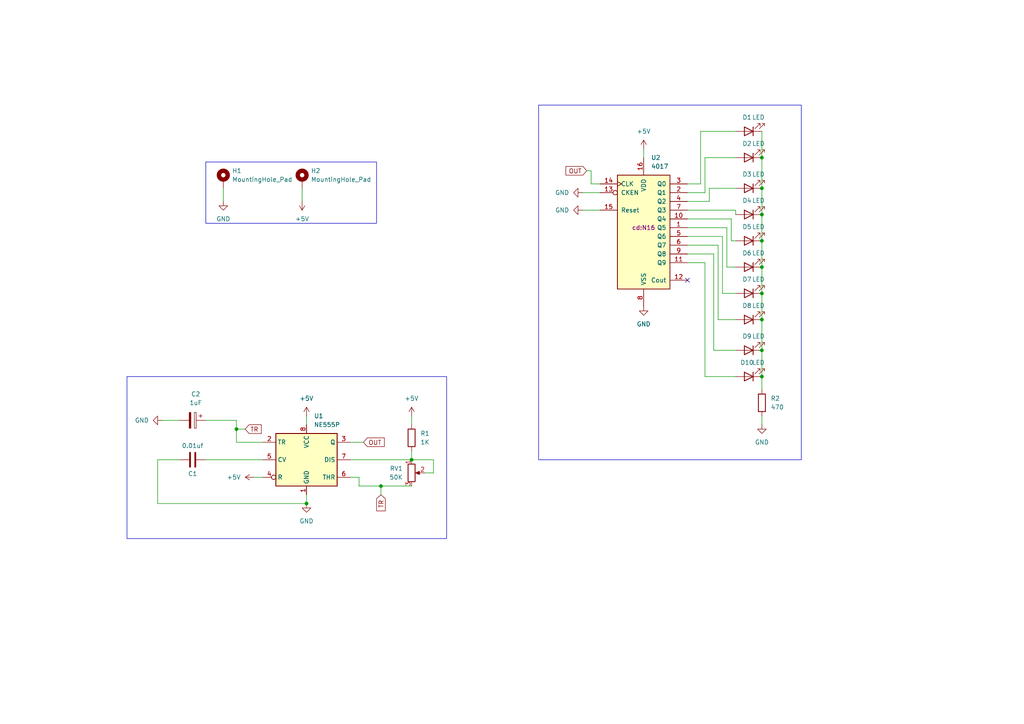
<source format=kicad_sch>
(kicad_sch
	(version 20250114)
	(generator "eeschema")
	(generator_version "9.0")
	(uuid "ddea4ad3-b2e9-4680-9fa8-a35c0b6db002")
	(paper "A4")
	(title_block
		(title "Led Chaser")
		(company "NipunD58")
	)
	(lib_symbols
		(symbol "4xxx:4017"
			(pin_names
				(offset 1.016)
			)
			(exclude_from_sim no)
			(in_bom yes)
			(on_board yes)
			(property "Reference" "U"
				(at -7.62 16.51 0)
				(effects
					(font
						(size 1.27 1.27)
					)
				)
			)
			(property "Value" "4017"
				(at -7.62 -19.05 0)
				(effects
					(font
						(size 1.27 1.27)
					)
				)
			)
			(property "Footprint" ""
				(at 0 0 0)
				(effects
					(font
						(size 1.27 1.27)
					)
					(hide yes)
				)
			)
			(property "Datasheet" "http://www.intersil.com/content/dam/Intersil/documents/cd40/cd4017bms-22bms.pdf"
				(at 0 0 0)
				(effects
					(font
						(size 1.27 1.27)
					)
					(hide yes)
				)
			)
			(property "Description" "Johnson Counter ( 10 outputs )"
				(at 0 0 0)
				(effects
					(font
						(size 1.27 1.27)
					)
					(hide yes)
				)
			)
			(property "ki_locked" ""
				(at 0 0 0)
				(effects
					(font
						(size 1.27 1.27)
					)
				)
			)
			(property "ki_keywords" "CNT CNT10"
				(at 0 0 0)
				(effects
					(font
						(size 1.27 1.27)
					)
					(hide yes)
				)
			)
			(property "ki_fp_filters" "DIP?16*"
				(at 0 0 0)
				(effects
					(font
						(size 1.27 1.27)
					)
					(hide yes)
				)
			)
			(symbol "4017_1_0"
				(pin input clock
					(at -12.7 12.7 0)
					(length 5.08)
					(name "CLK"
						(effects
							(font
								(size 1.27 1.27)
							)
						)
					)
					(number "14"
						(effects
							(font
								(size 1.27 1.27)
							)
						)
					)
				)
				(pin input inverted
					(at -12.7 10.16 0)
					(length 5.08)
					(name "CKEN"
						(effects
							(font
								(size 1.27 1.27)
							)
						)
					)
					(number "13"
						(effects
							(font
								(size 1.27 1.27)
							)
						)
					)
				)
				(pin input line
					(at -12.7 5.08 0)
					(length 5.08)
					(name "Reset"
						(effects
							(font
								(size 1.27 1.27)
							)
						)
					)
					(number "15"
						(effects
							(font
								(size 1.27 1.27)
							)
						)
					)
				)
				(pin power_in line
					(at 0 20.32 270)
					(length 5.08)
					(name "VDD"
						(effects
							(font
								(size 1.27 1.27)
							)
						)
					)
					(number "16"
						(effects
							(font
								(size 1.27 1.27)
							)
						)
					)
				)
				(pin power_in line
					(at 0 -22.86 90)
					(length 5.08)
					(name "VSS"
						(effects
							(font
								(size 1.27 1.27)
							)
						)
					)
					(number "8"
						(effects
							(font
								(size 1.27 1.27)
							)
						)
					)
				)
				(pin output line
					(at 12.7 12.7 180)
					(length 5.08)
					(name "Q0"
						(effects
							(font
								(size 1.27 1.27)
							)
						)
					)
					(number "3"
						(effects
							(font
								(size 1.27 1.27)
							)
						)
					)
				)
				(pin output line
					(at 12.7 10.16 180)
					(length 5.08)
					(name "Q1"
						(effects
							(font
								(size 1.27 1.27)
							)
						)
					)
					(number "2"
						(effects
							(font
								(size 1.27 1.27)
							)
						)
					)
				)
				(pin output line
					(at 12.7 7.62 180)
					(length 5.08)
					(name "Q2"
						(effects
							(font
								(size 1.27 1.27)
							)
						)
					)
					(number "4"
						(effects
							(font
								(size 1.27 1.27)
							)
						)
					)
				)
				(pin output line
					(at 12.7 5.08 180)
					(length 5.08)
					(name "Q3"
						(effects
							(font
								(size 1.27 1.27)
							)
						)
					)
					(number "7"
						(effects
							(font
								(size 1.27 1.27)
							)
						)
					)
				)
				(pin output line
					(at 12.7 2.54 180)
					(length 5.08)
					(name "Q4"
						(effects
							(font
								(size 1.27 1.27)
							)
						)
					)
					(number "10"
						(effects
							(font
								(size 1.27 1.27)
							)
						)
					)
				)
				(pin output line
					(at 12.7 0 180)
					(length 5.08)
					(name "Q5"
						(effects
							(font
								(size 1.27 1.27)
							)
						)
					)
					(number "1"
						(effects
							(font
								(size 1.27 1.27)
							)
						)
					)
				)
				(pin output line
					(at 12.7 -2.54 180)
					(length 5.08)
					(name "Q6"
						(effects
							(font
								(size 1.27 1.27)
							)
						)
					)
					(number "5"
						(effects
							(font
								(size 1.27 1.27)
							)
						)
					)
				)
				(pin output line
					(at 12.7 -5.08 180)
					(length 5.08)
					(name "Q7"
						(effects
							(font
								(size 1.27 1.27)
							)
						)
					)
					(number "6"
						(effects
							(font
								(size 1.27 1.27)
							)
						)
					)
				)
				(pin output line
					(at 12.7 -7.62 180)
					(length 5.08)
					(name "Q8"
						(effects
							(font
								(size 1.27 1.27)
							)
						)
					)
					(number "9"
						(effects
							(font
								(size 1.27 1.27)
							)
						)
					)
				)
				(pin output line
					(at 12.7 -10.16 180)
					(length 5.08)
					(name "Q9"
						(effects
							(font
								(size 1.27 1.27)
							)
						)
					)
					(number "11"
						(effects
							(font
								(size 1.27 1.27)
							)
						)
					)
				)
				(pin output line
					(at 12.7 -15.24 180)
					(length 5.08)
					(name "Cout"
						(effects
							(font
								(size 1.27 1.27)
							)
						)
					)
					(number "12"
						(effects
							(font
								(size 1.27 1.27)
							)
						)
					)
				)
			)
			(symbol "4017_1_1"
				(rectangle
					(start -7.62 15.24)
					(end 7.62 -17.78)
					(stroke
						(width 0.254)
						(type default)
					)
					(fill
						(type background)
					)
				)
			)
			(embedded_fonts no)
		)
		(symbol "Device:C"
			(pin_numbers
				(hide yes)
			)
			(pin_names
				(offset 0.254)
			)
			(exclude_from_sim no)
			(in_bom yes)
			(on_board yes)
			(property "Reference" "C"
				(at 0.635 2.54 0)
				(effects
					(font
						(size 1.27 1.27)
					)
					(justify left)
				)
			)
			(property "Value" "C"
				(at 0.635 -2.54 0)
				(effects
					(font
						(size 1.27 1.27)
					)
					(justify left)
				)
			)
			(property "Footprint" ""
				(at 0.9652 -3.81 0)
				(effects
					(font
						(size 1.27 1.27)
					)
					(hide yes)
				)
			)
			(property "Datasheet" "~"
				(at 0 0 0)
				(effects
					(font
						(size 1.27 1.27)
					)
					(hide yes)
				)
			)
			(property "Description" "Unpolarized capacitor"
				(at 0 0 0)
				(effects
					(font
						(size 1.27 1.27)
					)
					(hide yes)
				)
			)
			(property "ki_keywords" "cap capacitor"
				(at 0 0 0)
				(effects
					(font
						(size 1.27 1.27)
					)
					(hide yes)
				)
			)
			(property "ki_fp_filters" "C_*"
				(at 0 0 0)
				(effects
					(font
						(size 1.27 1.27)
					)
					(hide yes)
				)
			)
			(symbol "C_0_1"
				(polyline
					(pts
						(xy -2.032 0.762) (xy 2.032 0.762)
					)
					(stroke
						(width 0.508)
						(type default)
					)
					(fill
						(type none)
					)
				)
				(polyline
					(pts
						(xy -2.032 -0.762) (xy 2.032 -0.762)
					)
					(stroke
						(width 0.508)
						(type default)
					)
					(fill
						(type none)
					)
				)
			)
			(symbol "C_1_1"
				(pin passive line
					(at 0 3.81 270)
					(length 2.794)
					(name "~"
						(effects
							(font
								(size 1.27 1.27)
							)
						)
					)
					(number "1"
						(effects
							(font
								(size 1.27 1.27)
							)
						)
					)
				)
				(pin passive line
					(at 0 -3.81 90)
					(length 2.794)
					(name "~"
						(effects
							(font
								(size 1.27 1.27)
							)
						)
					)
					(number "2"
						(effects
							(font
								(size 1.27 1.27)
							)
						)
					)
				)
			)
			(embedded_fonts no)
		)
		(symbol "Device:C_Polarized"
			(pin_numbers
				(hide yes)
			)
			(pin_names
				(offset 0.254)
			)
			(exclude_from_sim no)
			(in_bom yes)
			(on_board yes)
			(property "Reference" "C"
				(at 0.635 2.54 0)
				(effects
					(font
						(size 1.27 1.27)
					)
					(justify left)
				)
			)
			(property "Value" "C_Polarized"
				(at 0.635 -2.54 0)
				(effects
					(font
						(size 1.27 1.27)
					)
					(justify left)
				)
			)
			(property "Footprint" ""
				(at 0.9652 -3.81 0)
				(effects
					(font
						(size 1.27 1.27)
					)
					(hide yes)
				)
			)
			(property "Datasheet" "~"
				(at 0 0 0)
				(effects
					(font
						(size 1.27 1.27)
					)
					(hide yes)
				)
			)
			(property "Description" "Polarized capacitor"
				(at 0 0 0)
				(effects
					(font
						(size 1.27 1.27)
					)
					(hide yes)
				)
			)
			(property "ki_keywords" "cap capacitor"
				(at 0 0 0)
				(effects
					(font
						(size 1.27 1.27)
					)
					(hide yes)
				)
			)
			(property "ki_fp_filters" "CP_*"
				(at 0 0 0)
				(effects
					(font
						(size 1.27 1.27)
					)
					(hide yes)
				)
			)
			(symbol "C_Polarized_0_1"
				(rectangle
					(start -2.286 0.508)
					(end 2.286 1.016)
					(stroke
						(width 0)
						(type default)
					)
					(fill
						(type none)
					)
				)
				(polyline
					(pts
						(xy -1.778 2.286) (xy -0.762 2.286)
					)
					(stroke
						(width 0)
						(type default)
					)
					(fill
						(type none)
					)
				)
				(polyline
					(pts
						(xy -1.27 2.794) (xy -1.27 1.778)
					)
					(stroke
						(width 0)
						(type default)
					)
					(fill
						(type none)
					)
				)
				(rectangle
					(start 2.286 -0.508)
					(end -2.286 -1.016)
					(stroke
						(width 0)
						(type default)
					)
					(fill
						(type outline)
					)
				)
			)
			(symbol "C_Polarized_1_1"
				(pin passive line
					(at 0 3.81 270)
					(length 2.794)
					(name "~"
						(effects
							(font
								(size 1.27 1.27)
							)
						)
					)
					(number "1"
						(effects
							(font
								(size 1.27 1.27)
							)
						)
					)
				)
				(pin passive line
					(at 0 -3.81 90)
					(length 2.794)
					(name "~"
						(effects
							(font
								(size 1.27 1.27)
							)
						)
					)
					(number "2"
						(effects
							(font
								(size 1.27 1.27)
							)
						)
					)
				)
			)
			(embedded_fonts no)
		)
		(symbol "Device:LED"
			(pin_numbers
				(hide yes)
			)
			(pin_names
				(offset 1.016)
				(hide yes)
			)
			(exclude_from_sim no)
			(in_bom yes)
			(on_board yes)
			(property "Reference" "D"
				(at 0 2.54 0)
				(effects
					(font
						(size 1.27 1.27)
					)
				)
			)
			(property "Value" "LED"
				(at 0 -2.54 0)
				(effects
					(font
						(size 1.27 1.27)
					)
				)
			)
			(property "Footprint" ""
				(at 0 0 0)
				(effects
					(font
						(size 1.27 1.27)
					)
					(hide yes)
				)
			)
			(property "Datasheet" "~"
				(at 0 0 0)
				(effects
					(font
						(size 1.27 1.27)
					)
					(hide yes)
				)
			)
			(property "Description" "Light emitting diode"
				(at 0 0 0)
				(effects
					(font
						(size 1.27 1.27)
					)
					(hide yes)
				)
			)
			(property "Sim.Pins" "1=K 2=A"
				(at 0 0 0)
				(effects
					(font
						(size 1.27 1.27)
					)
					(hide yes)
				)
			)
			(property "ki_keywords" "LED diode"
				(at 0 0 0)
				(effects
					(font
						(size 1.27 1.27)
					)
					(hide yes)
				)
			)
			(property "ki_fp_filters" "LED* LED_SMD:* LED_THT:*"
				(at 0 0 0)
				(effects
					(font
						(size 1.27 1.27)
					)
					(hide yes)
				)
			)
			(symbol "LED_0_1"
				(polyline
					(pts
						(xy -3.048 -0.762) (xy -4.572 -2.286) (xy -3.81 -2.286) (xy -4.572 -2.286) (xy -4.572 -1.524)
					)
					(stroke
						(width 0)
						(type default)
					)
					(fill
						(type none)
					)
				)
				(polyline
					(pts
						(xy -1.778 -0.762) (xy -3.302 -2.286) (xy -2.54 -2.286) (xy -3.302 -2.286) (xy -3.302 -1.524)
					)
					(stroke
						(width 0)
						(type default)
					)
					(fill
						(type none)
					)
				)
				(polyline
					(pts
						(xy -1.27 0) (xy 1.27 0)
					)
					(stroke
						(width 0)
						(type default)
					)
					(fill
						(type none)
					)
				)
				(polyline
					(pts
						(xy -1.27 -1.27) (xy -1.27 1.27)
					)
					(stroke
						(width 0.254)
						(type default)
					)
					(fill
						(type none)
					)
				)
				(polyline
					(pts
						(xy 1.27 -1.27) (xy 1.27 1.27) (xy -1.27 0) (xy 1.27 -1.27)
					)
					(stroke
						(width 0.254)
						(type default)
					)
					(fill
						(type none)
					)
				)
			)
			(symbol "LED_1_1"
				(pin passive line
					(at -3.81 0 0)
					(length 2.54)
					(name "K"
						(effects
							(font
								(size 1.27 1.27)
							)
						)
					)
					(number "1"
						(effects
							(font
								(size 1.27 1.27)
							)
						)
					)
				)
				(pin passive line
					(at 3.81 0 180)
					(length 2.54)
					(name "A"
						(effects
							(font
								(size 1.27 1.27)
							)
						)
					)
					(number "2"
						(effects
							(font
								(size 1.27 1.27)
							)
						)
					)
				)
			)
			(embedded_fonts no)
		)
		(symbol "Device:R"
			(pin_numbers
				(hide yes)
			)
			(pin_names
				(offset 0)
			)
			(exclude_from_sim no)
			(in_bom yes)
			(on_board yes)
			(property "Reference" "R"
				(at 2.032 0 90)
				(effects
					(font
						(size 1.27 1.27)
					)
				)
			)
			(property "Value" "R"
				(at 0 0 90)
				(effects
					(font
						(size 1.27 1.27)
					)
				)
			)
			(property "Footprint" ""
				(at -1.778 0 90)
				(effects
					(font
						(size 1.27 1.27)
					)
					(hide yes)
				)
			)
			(property "Datasheet" "~"
				(at 0 0 0)
				(effects
					(font
						(size 1.27 1.27)
					)
					(hide yes)
				)
			)
			(property "Description" "Resistor"
				(at 0 0 0)
				(effects
					(font
						(size 1.27 1.27)
					)
					(hide yes)
				)
			)
			(property "ki_keywords" "R res resistor"
				(at 0 0 0)
				(effects
					(font
						(size 1.27 1.27)
					)
					(hide yes)
				)
			)
			(property "ki_fp_filters" "R_*"
				(at 0 0 0)
				(effects
					(font
						(size 1.27 1.27)
					)
					(hide yes)
				)
			)
			(symbol "R_0_1"
				(rectangle
					(start -1.016 -2.54)
					(end 1.016 2.54)
					(stroke
						(width 0.254)
						(type default)
					)
					(fill
						(type none)
					)
				)
			)
			(symbol "R_1_1"
				(pin passive line
					(at 0 3.81 270)
					(length 1.27)
					(name "~"
						(effects
							(font
								(size 1.27 1.27)
							)
						)
					)
					(number "1"
						(effects
							(font
								(size 1.27 1.27)
							)
						)
					)
				)
				(pin passive line
					(at 0 -3.81 90)
					(length 1.27)
					(name "~"
						(effects
							(font
								(size 1.27 1.27)
							)
						)
					)
					(number "2"
						(effects
							(font
								(size 1.27 1.27)
							)
						)
					)
				)
			)
			(embedded_fonts no)
		)
		(symbol "Device:R_Potentiometer"
			(pin_names
				(offset 1.016)
				(hide yes)
			)
			(exclude_from_sim no)
			(in_bom yes)
			(on_board yes)
			(property "Reference" "RV"
				(at -4.445 0 90)
				(effects
					(font
						(size 1.27 1.27)
					)
				)
			)
			(property "Value" "R_Potentiometer"
				(at -2.54 0 90)
				(effects
					(font
						(size 1.27 1.27)
					)
				)
			)
			(property "Footprint" ""
				(at 0 0 0)
				(effects
					(font
						(size 1.27 1.27)
					)
					(hide yes)
				)
			)
			(property "Datasheet" "~"
				(at 0 0 0)
				(effects
					(font
						(size 1.27 1.27)
					)
					(hide yes)
				)
			)
			(property "Description" "Potentiometer"
				(at 0 0 0)
				(effects
					(font
						(size 1.27 1.27)
					)
					(hide yes)
				)
			)
			(property "ki_keywords" "resistor variable"
				(at 0 0 0)
				(effects
					(font
						(size 1.27 1.27)
					)
					(hide yes)
				)
			)
			(property "ki_fp_filters" "Potentiometer*"
				(at 0 0 0)
				(effects
					(font
						(size 1.27 1.27)
					)
					(hide yes)
				)
			)
			(symbol "R_Potentiometer_0_1"
				(rectangle
					(start 1.016 2.54)
					(end -1.016 -2.54)
					(stroke
						(width 0.254)
						(type default)
					)
					(fill
						(type none)
					)
				)
				(polyline
					(pts
						(xy 1.143 0) (xy 2.286 0.508) (xy 2.286 -0.508) (xy 1.143 0)
					)
					(stroke
						(width 0)
						(type default)
					)
					(fill
						(type outline)
					)
				)
				(polyline
					(pts
						(xy 2.54 0) (xy 1.524 0)
					)
					(stroke
						(width 0)
						(type default)
					)
					(fill
						(type none)
					)
				)
			)
			(symbol "R_Potentiometer_1_1"
				(pin passive line
					(at 0 3.81 270)
					(length 1.27)
					(name "1"
						(effects
							(font
								(size 1.27 1.27)
							)
						)
					)
					(number "1"
						(effects
							(font
								(size 1.27 1.27)
							)
						)
					)
				)
				(pin passive line
					(at 0 -3.81 90)
					(length 1.27)
					(name "3"
						(effects
							(font
								(size 1.27 1.27)
							)
						)
					)
					(number "3"
						(effects
							(font
								(size 1.27 1.27)
							)
						)
					)
				)
				(pin passive line
					(at 3.81 0 180)
					(length 1.27)
					(name "2"
						(effects
							(font
								(size 1.27 1.27)
							)
						)
					)
					(number "2"
						(effects
							(font
								(size 1.27 1.27)
							)
						)
					)
				)
			)
			(embedded_fonts no)
		)
		(symbol "Mechanical:MountingHole_Pad"
			(pin_numbers
				(hide yes)
			)
			(pin_names
				(offset 1.016)
				(hide yes)
			)
			(exclude_from_sim no)
			(in_bom no)
			(on_board yes)
			(property "Reference" "H"
				(at 0 6.35 0)
				(effects
					(font
						(size 1.27 1.27)
					)
				)
			)
			(property "Value" "MountingHole_Pad"
				(at 0 4.445 0)
				(effects
					(font
						(size 1.27 1.27)
					)
				)
			)
			(property "Footprint" ""
				(at 0 0 0)
				(effects
					(font
						(size 1.27 1.27)
					)
					(hide yes)
				)
			)
			(property "Datasheet" "~"
				(at 0 0 0)
				(effects
					(font
						(size 1.27 1.27)
					)
					(hide yes)
				)
			)
			(property "Description" "Mounting Hole with connection"
				(at 0 0 0)
				(effects
					(font
						(size 1.27 1.27)
					)
					(hide yes)
				)
			)
			(property "ki_keywords" "mounting hole"
				(at 0 0 0)
				(effects
					(font
						(size 1.27 1.27)
					)
					(hide yes)
				)
			)
			(property "ki_fp_filters" "MountingHole*Pad*"
				(at 0 0 0)
				(effects
					(font
						(size 1.27 1.27)
					)
					(hide yes)
				)
			)
			(symbol "MountingHole_Pad_0_1"
				(circle
					(center 0 1.27)
					(radius 1.27)
					(stroke
						(width 1.27)
						(type default)
					)
					(fill
						(type none)
					)
				)
			)
			(symbol "MountingHole_Pad_1_1"
				(pin input line
					(at 0 -2.54 90)
					(length 2.54)
					(name "1"
						(effects
							(font
								(size 1.27 1.27)
							)
						)
					)
					(number "1"
						(effects
							(font
								(size 1.27 1.27)
							)
						)
					)
				)
			)
			(embedded_fonts no)
		)
		(symbol "Timer:NE555P"
			(exclude_from_sim no)
			(in_bom yes)
			(on_board yes)
			(property "Reference" "U"
				(at -10.16 8.89 0)
				(effects
					(font
						(size 1.27 1.27)
					)
					(justify left)
				)
			)
			(property "Value" "NE555P"
				(at 2.54 8.89 0)
				(effects
					(font
						(size 1.27 1.27)
					)
					(justify left)
				)
			)
			(property "Footprint" "Package_DIP:DIP-8_W7.62mm"
				(at 16.51 -10.16 0)
				(effects
					(font
						(size 1.27 1.27)
					)
					(hide yes)
				)
			)
			(property "Datasheet" "http://www.ti.com/lit/ds/symlink/ne555.pdf"
				(at 21.59 -10.16 0)
				(effects
					(font
						(size 1.27 1.27)
					)
					(hide yes)
				)
			)
			(property "Description" "Precision Timers, 555 compatible,  PDIP-8"
				(at 0 0 0)
				(effects
					(font
						(size 1.27 1.27)
					)
					(hide yes)
				)
			)
			(property "ki_keywords" "single timer 555"
				(at 0 0 0)
				(effects
					(font
						(size 1.27 1.27)
					)
					(hide yes)
				)
			)
			(property "ki_fp_filters" "DIP*W7.62mm*"
				(at 0 0 0)
				(effects
					(font
						(size 1.27 1.27)
					)
					(hide yes)
				)
			)
			(symbol "NE555P_0_0"
				(pin power_in line
					(at 0 10.16 270)
					(length 2.54)
					(name "VCC"
						(effects
							(font
								(size 1.27 1.27)
							)
						)
					)
					(number "8"
						(effects
							(font
								(size 1.27 1.27)
							)
						)
					)
				)
				(pin power_in line
					(at 0 -10.16 90)
					(length 2.54)
					(name "GND"
						(effects
							(font
								(size 1.27 1.27)
							)
						)
					)
					(number "1"
						(effects
							(font
								(size 1.27 1.27)
							)
						)
					)
				)
			)
			(symbol "NE555P_0_1"
				(rectangle
					(start -8.89 -7.62)
					(end 8.89 7.62)
					(stroke
						(width 0.254)
						(type default)
					)
					(fill
						(type background)
					)
				)
				(rectangle
					(start -8.89 -7.62)
					(end 8.89 7.62)
					(stroke
						(width 0.254)
						(type default)
					)
					(fill
						(type background)
					)
				)
			)
			(symbol "NE555P_1_1"
				(pin input line
					(at -12.7 5.08 0)
					(length 3.81)
					(name "TR"
						(effects
							(font
								(size 1.27 1.27)
							)
						)
					)
					(number "2"
						(effects
							(font
								(size 1.27 1.27)
							)
						)
					)
				)
				(pin input line
					(at -12.7 0 0)
					(length 3.81)
					(name "CV"
						(effects
							(font
								(size 1.27 1.27)
							)
						)
					)
					(number "5"
						(effects
							(font
								(size 1.27 1.27)
							)
						)
					)
				)
				(pin input inverted
					(at -12.7 -5.08 0)
					(length 3.81)
					(name "R"
						(effects
							(font
								(size 1.27 1.27)
							)
						)
					)
					(number "4"
						(effects
							(font
								(size 1.27 1.27)
							)
						)
					)
				)
				(pin output line
					(at 12.7 5.08 180)
					(length 3.81)
					(name "Q"
						(effects
							(font
								(size 1.27 1.27)
							)
						)
					)
					(number "3"
						(effects
							(font
								(size 1.27 1.27)
							)
						)
					)
				)
				(pin input line
					(at 12.7 0 180)
					(length 3.81)
					(name "DIS"
						(effects
							(font
								(size 1.27 1.27)
							)
						)
					)
					(number "7"
						(effects
							(font
								(size 1.27 1.27)
							)
						)
					)
				)
				(pin input line
					(at 12.7 -5.08 180)
					(length 3.81)
					(name "THR"
						(effects
							(font
								(size 1.27 1.27)
							)
						)
					)
					(number "6"
						(effects
							(font
								(size 1.27 1.27)
							)
						)
					)
				)
			)
			(embedded_fonts no)
		)
		(symbol "power:+5V"
			(power)
			(pin_numbers
				(hide yes)
			)
			(pin_names
				(offset 0)
				(hide yes)
			)
			(exclude_from_sim no)
			(in_bom yes)
			(on_board yes)
			(property "Reference" "#PWR"
				(at 0 -3.81 0)
				(effects
					(font
						(size 1.27 1.27)
					)
					(hide yes)
				)
			)
			(property "Value" "+5V"
				(at 0 3.556 0)
				(effects
					(font
						(size 1.27 1.27)
					)
				)
			)
			(property "Footprint" ""
				(at 0 0 0)
				(effects
					(font
						(size 1.27 1.27)
					)
					(hide yes)
				)
			)
			(property "Datasheet" ""
				(at 0 0 0)
				(effects
					(font
						(size 1.27 1.27)
					)
					(hide yes)
				)
			)
			(property "Description" "Power symbol creates a global label with name \"+5V\""
				(at 0 0 0)
				(effects
					(font
						(size 1.27 1.27)
					)
					(hide yes)
				)
			)
			(property "ki_keywords" "global power"
				(at 0 0 0)
				(effects
					(font
						(size 1.27 1.27)
					)
					(hide yes)
				)
			)
			(symbol "+5V_0_1"
				(polyline
					(pts
						(xy -0.762 1.27) (xy 0 2.54)
					)
					(stroke
						(width 0)
						(type default)
					)
					(fill
						(type none)
					)
				)
				(polyline
					(pts
						(xy 0 2.54) (xy 0.762 1.27)
					)
					(stroke
						(width 0)
						(type default)
					)
					(fill
						(type none)
					)
				)
				(polyline
					(pts
						(xy 0 0) (xy 0 2.54)
					)
					(stroke
						(width 0)
						(type default)
					)
					(fill
						(type none)
					)
				)
			)
			(symbol "+5V_1_1"
				(pin power_in line
					(at 0 0 90)
					(length 0)
					(name "~"
						(effects
							(font
								(size 1.27 1.27)
							)
						)
					)
					(number "1"
						(effects
							(font
								(size 1.27 1.27)
							)
						)
					)
				)
			)
			(embedded_fonts no)
		)
		(symbol "power:GND"
			(power)
			(pin_numbers
				(hide yes)
			)
			(pin_names
				(offset 0)
				(hide yes)
			)
			(exclude_from_sim no)
			(in_bom yes)
			(on_board yes)
			(property "Reference" "#PWR"
				(at 0 -6.35 0)
				(effects
					(font
						(size 1.27 1.27)
					)
					(hide yes)
				)
			)
			(property "Value" "GND"
				(at 0 -3.81 0)
				(effects
					(font
						(size 1.27 1.27)
					)
				)
			)
			(property "Footprint" ""
				(at 0 0 0)
				(effects
					(font
						(size 1.27 1.27)
					)
					(hide yes)
				)
			)
			(property "Datasheet" ""
				(at 0 0 0)
				(effects
					(font
						(size 1.27 1.27)
					)
					(hide yes)
				)
			)
			(property "Description" "Power symbol creates a global label with name \"GND\" , ground"
				(at 0 0 0)
				(effects
					(font
						(size 1.27 1.27)
					)
					(hide yes)
				)
			)
			(property "ki_keywords" "global power"
				(at 0 0 0)
				(effects
					(font
						(size 1.27 1.27)
					)
					(hide yes)
				)
			)
			(symbol "GND_0_1"
				(polyline
					(pts
						(xy 0 0) (xy 0 -1.27) (xy 1.27 -1.27) (xy 0 -2.54) (xy -1.27 -1.27) (xy 0 -1.27)
					)
					(stroke
						(width 0)
						(type default)
					)
					(fill
						(type none)
					)
				)
			)
			(symbol "GND_1_1"
				(pin power_in line
					(at 0 0 270)
					(length 0)
					(name "~"
						(effects
							(font
								(size 1.27 1.27)
							)
						)
					)
					(number "1"
						(effects
							(font
								(size 1.27 1.27)
							)
						)
					)
				)
			)
			(embedded_fonts no)
		)
	)
	(rectangle
		(start 156.21 30.48)
		(end 232.41 133.35)
		(stroke
			(width 0)
			(type default)
		)
		(fill
			(type none)
		)
		(uuid 82dfaf09-f453-4377-95da-9dd825aadc8a)
	)
	(rectangle
		(start 59.69 46.99)
		(end 109.22 64.77)
		(stroke
			(width 0)
			(type default)
		)
		(fill
			(type none)
		)
		(uuid b3f19edc-d8f9-4411-a425-05e1d5325349)
	)
	(rectangle
		(start 36.83 109.22)
		(end 129.54 156.21)
		(stroke
			(width 0)
			(type default)
		)
		(fill
			(type none)
		)
		(uuid fa476f95-1e85-4e66-a67e-699c865f8199)
	)
	(junction
		(at 119.38 133.35)
		(diameter 0)
		(color 0 0 0 0)
		(uuid "0a393c74-813e-4755-8b5b-c7897175a0b5")
	)
	(junction
		(at 88.9 146.05)
		(diameter 0)
		(color 0 0 0 0)
		(uuid "2d853656-9992-494e-ac95-8df6733cd0b9")
	)
	(junction
		(at 110.49 140.97)
		(diameter 0)
		(color 0 0 0 0)
		(uuid "51d8cce8-692f-417a-82c6-0da244918da2")
	)
	(junction
		(at 220.98 85.09)
		(diameter 0)
		(color 0 0 0 0)
		(uuid "56d1e30c-3007-4d20-9ed7-9285504cc126")
	)
	(junction
		(at 220.98 54.61)
		(diameter 0)
		(color 0 0 0 0)
		(uuid "5852e31a-d9a8-4647-aeaf-e80d0eedf3ed")
	)
	(junction
		(at 220.98 77.47)
		(diameter 0)
		(color 0 0 0 0)
		(uuid "93d18a62-938b-4f4b-8fbb-baed0f9e8c58")
	)
	(junction
		(at 220.98 92.71)
		(diameter 0)
		(color 0 0 0 0)
		(uuid "ace8a49b-5672-42ac-9f99-d63a7ff9a3e7")
	)
	(junction
		(at 220.98 101.6)
		(diameter 0)
		(color 0 0 0 0)
		(uuid "adc1cc69-8a11-4267-81b4-91c085fddf5f")
	)
	(junction
		(at 220.98 62.23)
		(diameter 0)
		(color 0 0 0 0)
		(uuid "b11dc72a-2076-48b5-8677-bf4e5c4517a3")
	)
	(junction
		(at 220.98 45.72)
		(diameter 0)
		(color 0 0 0 0)
		(uuid "c681f1d2-29b6-48e0-9388-dcc910c17668")
	)
	(junction
		(at 68.58 124.46)
		(diameter 0)
		(color 0 0 0 0)
		(uuid "d3a6e6d9-64e1-474b-815b-4eeea089a715")
	)
	(junction
		(at 220.98 109.22)
		(diameter 0)
		(color 0 0 0 0)
		(uuid "e33177cf-458d-40b6-8335-5fd8c57e1900")
	)
	(junction
		(at 220.98 69.85)
		(diameter 0)
		(color 0 0 0 0)
		(uuid "f084585e-2d33-4749-8eaa-00b8f68cd9c7")
	)
	(no_connect
		(at 199.39 81.28)
		(uuid "949a45fe-312a-492f-8414-60699fd69a54")
	)
	(wire
		(pts
			(xy 220.98 85.09) (xy 220.98 92.71)
		)
		(stroke
			(width 0)
			(type default)
		)
		(uuid "063cb9c4-0590-4989-90f7-09d378f4dc62")
	)
	(wire
		(pts
			(xy 171.45 49.53) (xy 171.45 53.34)
		)
		(stroke
			(width 0)
			(type default)
		)
		(uuid "0747e60c-cc5d-48a6-9219-4f1725973324")
	)
	(wire
		(pts
			(xy 168.91 60.96) (xy 173.99 60.96)
		)
		(stroke
			(width 0)
			(type default)
		)
		(uuid "115b8d70-f924-4cc4-9cb0-5eece6d78ae3")
	)
	(wire
		(pts
			(xy 203.2 53.34) (xy 203.2 38.1)
		)
		(stroke
			(width 0)
			(type default)
		)
		(uuid "116561d2-ee15-4fc3-8bb0-ea87f0856c98")
	)
	(wire
		(pts
			(xy 220.98 38.1) (xy 220.98 45.72)
		)
		(stroke
			(width 0)
			(type default)
		)
		(uuid "122620c9-7aca-489f-be63-066bbcd7c318")
	)
	(wire
		(pts
			(xy 110.49 140.97) (xy 110.49 143.51)
		)
		(stroke
			(width 0)
			(type default)
		)
		(uuid "126be669-f3be-4b90-b622-2f5415bd19ff")
	)
	(wire
		(pts
			(xy 203.2 38.1) (xy 213.36 38.1)
		)
		(stroke
			(width 0)
			(type default)
		)
		(uuid "13d68cc8-b6fd-4ddd-94a1-1ad855778b5b")
	)
	(wire
		(pts
			(xy 199.39 73.66) (xy 207.01 73.66)
		)
		(stroke
			(width 0)
			(type default)
		)
		(uuid "154fe857-99dd-4737-997a-0f495b0707ca")
	)
	(wire
		(pts
			(xy 220.98 77.47) (xy 220.98 85.09)
		)
		(stroke
			(width 0)
			(type default)
		)
		(uuid "16bdb7f4-b083-45de-a235-099e23c295b3")
	)
	(wire
		(pts
			(xy 204.47 76.2) (xy 204.47 109.22)
		)
		(stroke
			(width 0)
			(type default)
		)
		(uuid "1b9d92e9-5a52-469d-b6fc-d389dfe4f0f4")
	)
	(wire
		(pts
			(xy 119.38 120.65) (xy 119.38 123.19)
		)
		(stroke
			(width 0)
			(type default)
		)
		(uuid "1bfc4915-91da-46cc-be30-dacd629198ef")
	)
	(wire
		(pts
			(xy 119.38 130.81) (xy 119.38 133.35)
		)
		(stroke
			(width 0)
			(type default)
		)
		(uuid "200cc867-3cd7-41d4-b147-cc15d0c230f2")
	)
	(wire
		(pts
			(xy 59.69 121.92) (xy 68.58 121.92)
		)
		(stroke
			(width 0)
			(type default)
		)
		(uuid "295d6615-2024-40c4-9c9c-09f6d121cd0e")
	)
	(wire
		(pts
			(xy 101.6 138.43) (xy 104.14 138.43)
		)
		(stroke
			(width 0)
			(type default)
		)
		(uuid "30a059e4-0d14-4b10-b472-29930354c783")
	)
	(wire
		(pts
			(xy 64.77 54.61) (xy 64.77 58.42)
		)
		(stroke
			(width 0)
			(type default)
		)
		(uuid "360595be-952b-47e2-bade-89a6d4d2c54a")
	)
	(wire
		(pts
			(xy 101.6 133.35) (xy 119.38 133.35)
		)
		(stroke
			(width 0)
			(type default)
		)
		(uuid "368e9d59-fd2e-49aa-9fde-6f51526888d2")
	)
	(wire
		(pts
			(xy 210.82 77.47) (xy 213.36 77.47)
		)
		(stroke
			(width 0)
			(type default)
		)
		(uuid "3759d497-e5d6-4ef2-8b64-247108be0462")
	)
	(wire
		(pts
			(xy 220.98 45.72) (xy 220.98 54.61)
		)
		(stroke
			(width 0)
			(type default)
		)
		(uuid "3cb2dafc-5d7e-41ad-bc83-9b58d176ae7c")
	)
	(wire
		(pts
			(xy 101.6 128.27) (xy 105.41 128.27)
		)
		(stroke
			(width 0)
			(type default)
		)
		(uuid "3fae1184-e2c8-4c22-b724-5b4f322f9609")
	)
	(wire
		(pts
			(xy 52.07 133.35) (xy 45.72 133.35)
		)
		(stroke
			(width 0)
			(type default)
		)
		(uuid "4317e572-1162-47fd-9d35-efb249bbb618")
	)
	(wire
		(pts
			(xy 68.58 121.92) (xy 68.58 124.46)
		)
		(stroke
			(width 0)
			(type default)
		)
		(uuid "44ac1cb4-7afd-4d5e-bd60-2b7d73d4d784")
	)
	(wire
		(pts
			(xy 59.69 133.35) (xy 76.2 133.35)
		)
		(stroke
			(width 0)
			(type default)
		)
		(uuid "45362416-de5b-432f-a44a-9deb71559e46")
	)
	(wire
		(pts
			(xy 208.28 71.12) (xy 208.28 92.71)
		)
		(stroke
			(width 0)
			(type default)
		)
		(uuid "4561b74b-ac40-470a-942d-0268f3e7d73a")
	)
	(wire
		(pts
			(xy 213.36 60.96) (xy 213.36 62.23)
		)
		(stroke
			(width 0)
			(type default)
		)
		(uuid "46ac93b8-695e-41b9-a733-2e34d0c9877d")
	)
	(wire
		(pts
			(xy 199.39 68.58) (xy 209.55 68.58)
		)
		(stroke
			(width 0)
			(type default)
		)
		(uuid "472d2286-1b45-4d2f-b46c-fa2a8dcc6cd6")
	)
	(wire
		(pts
			(xy 208.28 92.71) (xy 213.36 92.71)
		)
		(stroke
			(width 0)
			(type default)
		)
		(uuid "48d6bb3b-0a6a-4229-ae9b-75eee14c7672")
	)
	(wire
		(pts
			(xy 220.98 69.85) (xy 220.98 77.47)
		)
		(stroke
			(width 0)
			(type default)
		)
		(uuid "4b80d169-162c-48b8-96b0-ad484abef46f")
	)
	(wire
		(pts
			(xy 68.58 124.46) (xy 71.12 124.46)
		)
		(stroke
			(width 0)
			(type default)
		)
		(uuid "5235ca1e-b9a0-45e6-8c2e-0bccca76555c")
	)
	(wire
		(pts
			(xy 68.58 128.27) (xy 76.2 128.27)
		)
		(stroke
			(width 0)
			(type default)
		)
		(uuid "55e4281d-9e5c-43ab-aefb-fbb1e79ea98a")
	)
	(wire
		(pts
			(xy 204.47 45.72) (xy 213.36 45.72)
		)
		(stroke
			(width 0)
			(type default)
		)
		(uuid "5735b207-1063-4ce0-8957-70414f186aa3")
	)
	(wire
		(pts
			(xy 104.14 140.97) (xy 110.49 140.97)
		)
		(stroke
			(width 0)
			(type default)
		)
		(uuid "58e9e503-e81a-4ca6-b4ec-e21eda08bcce")
	)
	(wire
		(pts
			(xy 199.39 66.04) (xy 210.82 66.04)
		)
		(stroke
			(width 0)
			(type default)
		)
		(uuid "5ac651ed-554c-474b-8fd4-e6f7ec2ff0d2")
	)
	(wire
		(pts
			(xy 171.45 53.34) (xy 173.99 53.34)
		)
		(stroke
			(width 0)
			(type default)
		)
		(uuid "5c51c879-c56a-4bcd-87d3-51e3f991605a")
	)
	(wire
		(pts
			(xy 205.74 54.61) (xy 213.36 54.61)
		)
		(stroke
			(width 0)
			(type default)
		)
		(uuid "5cd5a8f8-6d14-437b-a722-b6d00b58e990")
	)
	(wire
		(pts
			(xy 110.49 140.97) (xy 119.38 140.97)
		)
		(stroke
			(width 0)
			(type default)
		)
		(uuid "618ce880-4caf-4c9c-8f0e-330af28cc38c")
	)
	(wire
		(pts
			(xy 212.09 69.85) (xy 213.36 69.85)
		)
		(stroke
			(width 0)
			(type default)
		)
		(uuid "638a7cac-181d-4ff9-9c65-7fc8094c0153")
	)
	(wire
		(pts
			(xy 88.9 143.51) (xy 88.9 146.05)
		)
		(stroke
			(width 0)
			(type default)
		)
		(uuid "6c5f9eb6-3ee7-4b99-a1aa-a93b9746fb5e")
	)
	(wire
		(pts
			(xy 168.91 55.88) (xy 173.99 55.88)
		)
		(stroke
			(width 0)
			(type default)
		)
		(uuid "75e0e2f6-f325-46d5-8709-6a5a76383363")
	)
	(wire
		(pts
			(xy 220.98 62.23) (xy 220.98 69.85)
		)
		(stroke
			(width 0)
			(type default)
		)
		(uuid "7a072d15-8dd1-4629-a6b1-fa8fe7ed0698")
	)
	(wire
		(pts
			(xy 45.72 133.35) (xy 45.72 146.05)
		)
		(stroke
			(width 0)
			(type default)
		)
		(uuid "7a093bfb-65f7-4f62-ac18-9e4d2570680a")
	)
	(wire
		(pts
			(xy 207.01 101.6) (xy 213.36 101.6)
		)
		(stroke
			(width 0)
			(type default)
		)
		(uuid "8072a03d-59cc-43fe-8e99-c39334335ba7")
	)
	(wire
		(pts
			(xy 199.39 60.96) (xy 213.36 60.96)
		)
		(stroke
			(width 0)
			(type default)
		)
		(uuid "82ef204b-6ee6-4800-ba32-12b3b1067724")
	)
	(wire
		(pts
			(xy 220.98 109.22) (xy 220.98 113.03)
		)
		(stroke
			(width 0)
			(type default)
		)
		(uuid "8935eaa7-53ab-488f-8d2b-c94fa5c2119e")
	)
	(wire
		(pts
			(xy 209.55 68.58) (xy 209.55 85.09)
		)
		(stroke
			(width 0)
			(type default)
		)
		(uuid "8ffda235-168b-453f-af7c-57a7a19aadfc")
	)
	(wire
		(pts
			(xy 170.18 49.53) (xy 171.45 49.53)
		)
		(stroke
			(width 0)
			(type default)
		)
		(uuid "91494893-67d3-4f02-af6e-b81427864084")
	)
	(wire
		(pts
			(xy 199.39 76.2) (xy 204.47 76.2)
		)
		(stroke
			(width 0)
			(type default)
		)
		(uuid "92bc48c1-d120-475f-a265-8c67e838f392")
	)
	(wire
		(pts
			(xy 45.72 146.05) (xy 88.9 146.05)
		)
		(stroke
			(width 0)
			(type default)
		)
		(uuid "958c1dc0-6a01-490c-9dd8-04c3ac73eb4a")
	)
	(wire
		(pts
			(xy 123.19 137.16) (xy 125.73 137.16)
		)
		(stroke
			(width 0)
			(type default)
		)
		(uuid "9cc9790c-d518-4511-b94c-6f03a1e4cfe7")
	)
	(wire
		(pts
			(xy 199.39 63.5) (xy 212.09 63.5)
		)
		(stroke
			(width 0)
			(type default)
		)
		(uuid "a1d31e56-fc7a-412d-9634-33253c98579d")
	)
	(wire
		(pts
			(xy 199.39 55.88) (xy 204.47 55.88)
		)
		(stroke
			(width 0)
			(type default)
		)
		(uuid "a385b3d2-0de3-43f3-846b-344e9a28f8b5")
	)
	(wire
		(pts
			(xy 73.66 138.43) (xy 76.2 138.43)
		)
		(stroke
			(width 0)
			(type default)
		)
		(uuid "a8807c78-dc5e-4953-8afb-39731146812f")
	)
	(wire
		(pts
			(xy 212.09 63.5) (xy 212.09 69.85)
		)
		(stroke
			(width 0)
			(type default)
		)
		(uuid "b0eb4cb1-aae9-4569-9f57-680403e20ca9")
	)
	(wire
		(pts
			(xy 46.99 121.92) (xy 52.07 121.92)
		)
		(stroke
			(width 0)
			(type default)
		)
		(uuid "b3656695-cf7d-4cfa-bf2a-18dc6f65a960")
	)
	(wire
		(pts
			(xy 204.47 109.22) (xy 213.36 109.22)
		)
		(stroke
			(width 0)
			(type default)
		)
		(uuid "b403e005-5bb6-461d-8a27-d359d1382653")
	)
	(wire
		(pts
			(xy 68.58 124.46) (xy 68.58 128.27)
		)
		(stroke
			(width 0)
			(type default)
		)
		(uuid "b9d7ecdd-a055-45ab-8f7c-118aef228933")
	)
	(wire
		(pts
			(xy 204.47 55.88) (xy 204.47 45.72)
		)
		(stroke
			(width 0)
			(type default)
		)
		(uuid "ba1cc6ee-cf89-411c-906a-4d7e1204c3e7")
	)
	(wire
		(pts
			(xy 199.39 71.12) (xy 208.28 71.12)
		)
		(stroke
			(width 0)
			(type default)
		)
		(uuid "bff0888c-2f9b-4aeb-befd-1af844e0f848")
	)
	(wire
		(pts
			(xy 220.98 101.6) (xy 220.98 109.22)
		)
		(stroke
			(width 0)
			(type default)
		)
		(uuid "c01d1f94-938a-4e45-abe4-7b2b31bb5c16")
	)
	(wire
		(pts
			(xy 199.39 58.42) (xy 205.74 58.42)
		)
		(stroke
			(width 0)
			(type default)
		)
		(uuid "c0fa5808-6c09-46aa-ba97-0274c6120653")
	)
	(wire
		(pts
			(xy 207.01 73.66) (xy 207.01 101.6)
		)
		(stroke
			(width 0)
			(type default)
		)
		(uuid "c8574033-ba59-47de-9f11-e0087844f81c")
	)
	(wire
		(pts
			(xy 205.74 58.42) (xy 205.74 54.61)
		)
		(stroke
			(width 0)
			(type default)
		)
		(uuid "c9069014-c75c-40c4-a72d-60d1cffefe9d")
	)
	(wire
		(pts
			(xy 209.55 85.09) (xy 213.36 85.09)
		)
		(stroke
			(width 0)
			(type default)
		)
		(uuid "c9bbff47-7b10-4a02-b6fe-69126cde9d56")
	)
	(wire
		(pts
			(xy 220.98 54.61) (xy 220.98 62.23)
		)
		(stroke
			(width 0)
			(type default)
		)
		(uuid "cfdfe995-4755-4be6-aaf7-fa80b326759d")
	)
	(wire
		(pts
			(xy 104.14 138.43) (xy 104.14 140.97)
		)
		(stroke
			(width 0)
			(type default)
		)
		(uuid "d2e66ee4-e678-43a2-98b7-b0a846a809cd")
	)
	(wire
		(pts
			(xy 220.98 92.71) (xy 220.98 101.6)
		)
		(stroke
			(width 0)
			(type default)
		)
		(uuid "d94c8159-1b00-4868-8616-9c2ec114aff2")
	)
	(wire
		(pts
			(xy 125.73 133.35) (xy 125.73 137.16)
		)
		(stroke
			(width 0)
			(type default)
		)
		(uuid "da71d275-9650-4fa6-a4d8-00467a0d592d")
	)
	(wire
		(pts
			(xy 220.98 120.65) (xy 220.98 123.19)
		)
		(stroke
			(width 0)
			(type default)
		)
		(uuid "e17b5ebc-ac7c-4918-a64c-739589c3f52a")
	)
	(wire
		(pts
			(xy 87.63 54.61) (xy 87.63 58.42)
		)
		(stroke
			(width 0)
			(type default)
		)
		(uuid "e68cd0ad-400b-4ea0-a8eb-999fe185a51d")
	)
	(wire
		(pts
			(xy 210.82 66.04) (xy 210.82 77.47)
		)
		(stroke
			(width 0)
			(type default)
		)
		(uuid "eb2da2ea-f264-4cf5-a39c-52c32aba58bf")
	)
	(wire
		(pts
			(xy 88.9 120.65) (xy 88.9 123.19)
		)
		(stroke
			(width 0)
			(type default)
		)
		(uuid "efc76147-428a-41c6-aea4-f11c4a7c3cee")
	)
	(wire
		(pts
			(xy 119.38 133.35) (xy 125.73 133.35)
		)
		(stroke
			(width 0)
			(type default)
		)
		(uuid "f035458c-a26f-4730-9dd0-ef54dc7d3353")
	)
	(wire
		(pts
			(xy 199.39 53.34) (xy 203.2 53.34)
		)
		(stroke
			(width 0)
			(type default)
		)
		(uuid "f0ad93b6-900f-42fe-8ee3-9b4c54b2bec7")
	)
	(wire
		(pts
			(xy 186.69 43.18) (xy 186.69 45.72)
		)
		(stroke
			(width 0)
			(type default)
		)
		(uuid "fb94237f-8c9b-4109-ac4c-524bf0b1a53f")
	)
	(global_label "OUT"
		(shape input)
		(at 105.41 128.27 0)
		(fields_autoplaced yes)
		(effects
			(font
				(size 1.27 1.27)
			)
			(justify left)
		)
		(uuid "31579d69-ceb7-4803-882f-ba2c5517321b")
		(property "Intersheetrefs" "${INTERSHEET_REFS}"
			(at 112.0238 128.27 0)
			(effects
				(font
					(size 1.27 1.27)
				)
				(justify left)
				(hide yes)
			)
		)
	)
	(global_label "OUT"
		(shape input)
		(at 170.18 49.53 180)
		(fields_autoplaced yes)
		(effects
			(font
				(size 1.27 1.27)
			)
			(justify right)
		)
		(uuid "64292073-61f7-45a3-981e-100c8eddbb57")
		(property "Intersheetrefs" "${INTERSHEET_REFS}"
			(at 163.5662 49.53 0)
			(effects
				(font
					(size 1.27 1.27)
				)
				(justify right)
				(hide yes)
			)
		)
	)
	(global_label "TR"
		(shape input)
		(at 71.12 124.46 0)
		(fields_autoplaced yes)
		(effects
			(font
				(size 1.27 1.27)
			)
			(justify left)
		)
		(uuid "7312f795-6db7-4e73-a3a4-3aeb75765869")
		(property "Intersheetrefs" "${INTERSHEET_REFS}"
			(at 76.3428 124.46 0)
			(effects
				(font
					(size 1.27 1.27)
				)
				(justify left)
				(hide yes)
			)
		)
	)
	(global_label "TR"
		(shape input)
		(at 110.49 143.51 270)
		(fields_autoplaced yes)
		(effects
			(font
				(size 1.27 1.27)
			)
			(justify right)
		)
		(uuid "ab0dc6cb-6712-483b-b52b-0cd79db18d7b")
		(property "Intersheetrefs" "${INTERSHEET_REFS}"
			(at 110.49 148.7328 90)
			(effects
				(font
					(size 1.27 1.27)
				)
				(justify right)
				(hide yes)
			)
		)
	)
	(symbol
		(lib_id "Device:LED")
		(at 217.17 101.6 180)
		(unit 1)
		(exclude_from_sim no)
		(in_bom yes)
		(on_board yes)
		(dnp no)
		(uuid "010875c3-c338-4e7b-b228-206b28a07ec1")
		(property "Reference" "D9"
			(at 216.662 97.536 0)
			(effects
				(font
					(size 1.27 1.27)
				)
			)
		)
		(property "Value" "LED"
			(at 219.964 97.536 0)
			(effects
				(font
					(size 1.27 1.27)
				)
			)
		)
		(property "Footprint" "LED_THT:LED_D3.0mm"
			(at 217.17 101.6 0)
			(effects
				(font
					(size 1.27 1.27)
				)
				(hide yes)
			)
		)
		(property "Datasheet" "~"
			(at 217.17 101.6 0)
			(effects
				(font
					(size 1.27 1.27)
				)
				(hide yes)
			)
		)
		(property "Description" "Light emitting diode"
			(at 217.17 101.6 0)
			(effects
				(font
					(size 1.27 1.27)
				)
				(hide yes)
			)
		)
		(property "Sim.Pins" "1=K 2=A"
			(at 217.17 101.6 0)
			(effects
				(font
					(size 1.27 1.27)
				)
				(hide yes)
			)
		)
		(pin "1"
			(uuid "abd3ed54-78a7-4d52-9bee-c2541ac20bbc")
		)
		(pin "2"
			(uuid "71033857-f5fb-4339-978b-f1ebf75600dd")
		)
		(instances
			(project "led"
				(path "/ddea4ad3-b2e9-4680-9fa8-a35c0b6db002"
					(reference "D9")
					(unit 1)
				)
			)
		)
	)
	(symbol
		(lib_id "power:+5V")
		(at 186.69 43.18 0)
		(unit 1)
		(exclude_from_sim no)
		(in_bom yes)
		(on_board yes)
		(dnp no)
		(fields_autoplaced yes)
		(uuid "04ae26cb-55b6-4efd-9a31-9a2ac9f0f498")
		(property "Reference" "#PWR05"
			(at 186.69 46.99 0)
			(effects
				(font
					(size 1.27 1.27)
				)
				(hide yes)
			)
		)
		(property "Value" "+5V"
			(at 186.69 38.1 0)
			(effects
				(font
					(size 1.27 1.27)
				)
			)
		)
		(property "Footprint" ""
			(at 186.69 43.18 0)
			(effects
				(font
					(size 1.27 1.27)
				)
				(hide yes)
			)
		)
		(property "Datasheet" ""
			(at 186.69 43.18 0)
			(effects
				(font
					(size 1.27 1.27)
				)
				(hide yes)
			)
		)
		(property "Description" "Power symbol creates a global label with name \"+5V\""
			(at 186.69 43.18 0)
			(effects
				(font
					(size 1.27 1.27)
				)
				(hide yes)
			)
		)
		(pin "1"
			(uuid "e4c0ccff-b6d8-4a01-8724-79a92abd3333")
		)
		(instances
			(project ""
				(path "/ddea4ad3-b2e9-4680-9fa8-a35c0b6db002"
					(reference "#PWR05")
					(unit 1)
				)
			)
		)
	)
	(symbol
		(lib_id "power:GND")
		(at 168.91 60.96 270)
		(unit 1)
		(exclude_from_sim no)
		(in_bom yes)
		(on_board yes)
		(dnp no)
		(fields_autoplaced yes)
		(uuid "12b05717-b58f-4a98-9830-e6f63085f012")
		(property "Reference" "#PWR08"
			(at 162.56 60.96 0)
			(effects
				(font
					(size 1.27 1.27)
				)
				(hide yes)
			)
		)
		(property "Value" "GND"
			(at 165.1 60.9599 90)
			(effects
				(font
					(size 1.27 1.27)
				)
				(justify right)
			)
		)
		(property "Footprint" ""
			(at 168.91 60.96 0)
			(effects
				(font
					(size 1.27 1.27)
				)
				(hide yes)
			)
		)
		(property "Datasheet" ""
			(at 168.91 60.96 0)
			(effects
				(font
					(size 1.27 1.27)
				)
				(hide yes)
			)
		)
		(property "Description" "Power symbol creates a global label with name \"GND\" , ground"
			(at 168.91 60.96 0)
			(effects
				(font
					(size 1.27 1.27)
				)
				(hide yes)
			)
		)
		(pin "1"
			(uuid "da5655d5-0220-4f31-918f-c2b0187b5acb")
		)
		(instances
			(project ""
				(path "/ddea4ad3-b2e9-4680-9fa8-a35c0b6db002"
					(reference "#PWR08")
					(unit 1)
				)
			)
		)
	)
	(symbol
		(lib_id "Timer:NE555P")
		(at 88.9 133.35 0)
		(unit 1)
		(exclude_from_sim no)
		(in_bom yes)
		(on_board yes)
		(dnp no)
		(fields_autoplaced yes)
		(uuid "2385dc6c-d3fe-45a7-b600-967d1ccee1c6")
		(property "Reference" "U1"
			(at 91.0433 120.65 0)
			(effects
				(font
					(size 1.27 1.27)
				)
				(justify left)
			)
		)
		(property "Value" "NE555P"
			(at 91.0433 123.19 0)
			(effects
				(font
					(size 1.27 1.27)
				)
				(justify left)
			)
		)
		(property "Footprint" "Package_DIP:DIP-8_W7.62mm"
			(at 105.41 143.51 0)
			(effects
				(font
					(size 1.27 1.27)
				)
				(hide yes)
			)
		)
		(property "Datasheet" "http://www.ti.com/lit/ds/symlink/ne555.pdf"
			(at 110.49 143.51 0)
			(effects
				(font
					(size 1.27 1.27)
				)
				(hide yes)
			)
		)
		(property "Description" "Precision Timers, 555 compatible,  PDIP-8"
			(at 88.9 133.35 0)
			(effects
				(font
					(size 1.27 1.27)
				)
				(hide yes)
			)
		)
		(pin "5"
			(uuid "be911651-0e91-4fbe-8888-e8d3552d286f")
		)
		(pin "2"
			(uuid "4b338c50-9b9c-495a-9a85-2bed1512a59e")
		)
		(pin "1"
			(uuid "13f75e21-0adb-4ba3-a004-3cd988c827d0")
		)
		(pin "8"
			(uuid "15612e53-10f2-4f52-93db-8e0fbbf612b4")
		)
		(pin "7"
			(uuid "b12c214c-e5ea-42ee-a451-27dbe4313a95")
		)
		(pin "4"
			(uuid "cb4144e7-68e4-491a-a6c8-66605354d995")
		)
		(pin "6"
			(uuid "71a1e922-1d62-4760-9efe-d84280a5c3cb")
		)
		(pin "3"
			(uuid "962f29b3-927b-4f71-8568-803b03437924")
		)
		(instances
			(project ""
				(path "/ddea4ad3-b2e9-4680-9fa8-a35c0b6db002"
					(reference "U1")
					(unit 1)
				)
			)
		)
	)
	(symbol
		(lib_id "Device:R")
		(at 220.98 116.84 0)
		(unit 1)
		(exclude_from_sim no)
		(in_bom yes)
		(on_board yes)
		(dnp no)
		(fields_autoplaced yes)
		(uuid "24f1e8e4-87c4-4f93-bccc-e727f7e8f1d6")
		(property "Reference" "R2"
			(at 223.52 115.5699 0)
			(effects
				(font
					(size 1.27 1.27)
				)
				(justify left)
			)
		)
		(property "Value" "470"
			(at 223.52 118.1099 0)
			(effects
				(font
					(size 1.27 1.27)
				)
				(justify left)
			)
		)
		(property "Footprint" "Resistor_THT:R_Axial_DIN0207_L6.3mm_D2.5mm_P7.62mm_Horizontal"
			(at 219.202 116.84 90)
			(effects
				(font
					(size 1.27 1.27)
				)
				(hide yes)
			)
		)
		(property "Datasheet" "~"
			(at 220.98 116.84 0)
			(effects
				(font
					(size 1.27 1.27)
				)
				(hide yes)
			)
		)
		(property "Description" "Resistor"
			(at 220.98 116.84 0)
			(effects
				(font
					(size 1.27 1.27)
				)
				(hide yes)
			)
		)
		(pin "1"
			(uuid "72b623bb-2c63-4bcc-9cd5-260f737466e8")
		)
		(pin "2"
			(uuid "9c267266-dcc5-4827-86ec-a04a2acd6f02")
		)
		(instances
			(project ""
				(path "/ddea4ad3-b2e9-4680-9fa8-a35c0b6db002"
					(reference "R2")
					(unit 1)
				)
			)
		)
	)
	(symbol
		(lib_id "Device:LED")
		(at 217.17 109.22 180)
		(unit 1)
		(exclude_from_sim no)
		(in_bom yes)
		(on_board yes)
		(dnp no)
		(uuid "26d59751-89d8-4536-83b5-8f5b623d3d52")
		(property "Reference" "D10"
			(at 216.662 105.156 0)
			(effects
				(font
					(size 1.27 1.27)
				)
			)
		)
		(property "Value" "LED"
			(at 219.964 105.156 0)
			(effects
				(font
					(size 1.27 1.27)
				)
			)
		)
		(property "Footprint" "LED_THT:LED_D3.0mm"
			(at 217.17 109.22 0)
			(effects
				(font
					(size 1.27 1.27)
				)
				(hide yes)
			)
		)
		(property "Datasheet" "~"
			(at 217.17 109.22 0)
			(effects
				(font
					(size 1.27 1.27)
				)
				(hide yes)
			)
		)
		(property "Description" "Light emitting diode"
			(at 217.17 109.22 0)
			(effects
				(font
					(size 1.27 1.27)
				)
				(hide yes)
			)
		)
		(property "Sim.Pins" "1=K 2=A"
			(at 217.17 109.22 0)
			(effects
				(font
					(size 1.27 1.27)
				)
				(hide yes)
			)
		)
		(pin "1"
			(uuid "b6d08e44-af9a-48b9-968a-997d539ea9ba")
		)
		(pin "2"
			(uuid "f61ea6b5-fd25-48de-9e3e-8a37ed0dc617")
		)
		(instances
			(project "led"
				(path "/ddea4ad3-b2e9-4680-9fa8-a35c0b6db002"
					(reference "D10")
					(unit 1)
				)
			)
		)
	)
	(symbol
		(lib_id "Mechanical:MountingHole_Pad")
		(at 64.77 52.07 0)
		(unit 1)
		(exclude_from_sim no)
		(in_bom no)
		(on_board yes)
		(dnp no)
		(fields_autoplaced yes)
		(uuid "26e742d9-466f-4ffc-8090-7ed1e69b2400")
		(property "Reference" "H1"
			(at 67.31 49.5299 0)
			(effects
				(font
					(size 1.27 1.27)
				)
				(justify left)
			)
		)
		(property "Value" "MountingHole_Pad"
			(at 67.31 52.0699 0)
			(effects
				(font
					(size 1.27 1.27)
				)
				(justify left)
			)
		)
		(property "Footprint" "MountingHole:MountingHole_2.2mm_M2_DIN965_Pad"
			(at 64.77 52.07 0)
			(effects
				(font
					(size 1.27 1.27)
				)
				(hide yes)
			)
		)
		(property "Datasheet" "~"
			(at 64.77 52.07 0)
			(effects
				(font
					(size 1.27 1.27)
				)
				(hide yes)
			)
		)
		(property "Description" "Mounting Hole with connection"
			(at 64.77 52.07 0)
			(effects
				(font
					(size 1.27 1.27)
				)
				(hide yes)
			)
		)
		(pin "1"
			(uuid "bd42930b-b450-4fe4-812f-97f55d712a11")
		)
		(instances
			(project "led"
				(path "/ddea4ad3-b2e9-4680-9fa8-a35c0b6db002"
					(reference "H1")
					(unit 1)
				)
			)
		)
	)
	(symbol
		(lib_id "Device:C")
		(at 55.88 133.35 90)
		(unit 1)
		(exclude_from_sim no)
		(in_bom yes)
		(on_board yes)
		(dnp no)
		(uuid "273a75c7-5ec5-42c0-8e54-f937e4d10d96")
		(property "Reference" "C1"
			(at 55.88 137.414 90)
			(effects
				(font
					(size 1.27 1.27)
				)
			)
		)
		(property "Value" "0.01uf"
			(at 55.88 129.286 90)
			(effects
				(font
					(size 1.27 1.27)
				)
			)
		)
		(property "Footprint" "Capacitor_THT:CP_Radial_D5.0mm_P2.00mm"
			(at 59.69 132.3848 0)
			(effects
				(font
					(size 1.27 1.27)
				)
				(hide yes)
			)
		)
		(property "Datasheet" "~"
			(at 55.88 133.35 0)
			(effects
				(font
					(size 1.27 1.27)
				)
				(hide yes)
			)
		)
		(property "Description" "Unpolarized capacitor"
			(at 55.88 133.35 0)
			(effects
				(font
					(size 1.27 1.27)
				)
				(hide yes)
			)
		)
		(pin "2"
			(uuid "fd29d942-81ac-4029-9a8a-3ea16db27a91")
		)
		(pin "1"
			(uuid "ef63699e-8ade-4e34-8c0c-60ce26f004ce")
		)
		(instances
			(project ""
				(path "/ddea4ad3-b2e9-4680-9fa8-a35c0b6db002"
					(reference "C1")
					(unit 1)
				)
			)
		)
	)
	(symbol
		(lib_id "Device:R_Potentiometer")
		(at 119.38 137.16 0)
		(unit 1)
		(exclude_from_sim no)
		(in_bom yes)
		(on_board yes)
		(dnp no)
		(fields_autoplaced yes)
		(uuid "289894f8-cb2c-4aba-b63b-1adc44d73702")
		(property "Reference" "RV1"
			(at 116.84 135.8899 0)
			(effects
				(font
					(size 1.27 1.27)
				)
				(justify right)
			)
		)
		(property "Value" "50K"
			(at 116.84 138.4299 0)
			(effects
				(font
					(size 1.27 1.27)
				)
				(justify right)
			)
		)
		(property "Footprint" "Potentiometer_THT:Potentiometer_Bourns_3296X_Horizontal"
			(at 119.38 137.16 0)
			(effects
				(font
					(size 1.27 1.27)
				)
				(hide yes)
			)
		)
		(property "Datasheet" "~"
			(at 119.38 137.16 0)
			(effects
				(font
					(size 1.27 1.27)
				)
				(hide yes)
			)
		)
		(property "Description" "Potentiometer"
			(at 119.38 137.16 0)
			(effects
				(font
					(size 1.27 1.27)
				)
				(hide yes)
			)
		)
		(pin "3"
			(uuid "496bdac7-a943-43ac-94a4-327ddd8abc95")
		)
		(pin "1"
			(uuid "0f8f219c-7bbc-408c-9819-5c24f9b734e7")
		)
		(pin "2"
			(uuid "130c3ce2-fa93-44e8-b74d-044425151e25")
		)
		(instances
			(project ""
				(path "/ddea4ad3-b2e9-4680-9fa8-a35c0b6db002"
					(reference "RV1")
					(unit 1)
				)
			)
		)
	)
	(symbol
		(lib_id "power:GND")
		(at 168.91 55.88 270)
		(unit 1)
		(exclude_from_sim no)
		(in_bom yes)
		(on_board yes)
		(dnp no)
		(fields_autoplaced yes)
		(uuid "2beca6ca-b39b-41b9-80a4-ca54770cc741")
		(property "Reference" "#PWR09"
			(at 162.56 55.88 0)
			(effects
				(font
					(size 1.27 1.27)
				)
				(hide yes)
			)
		)
		(property "Value" "GND"
			(at 165.1 55.8799 90)
			(effects
				(font
					(size 1.27 1.27)
				)
				(justify right)
			)
		)
		(property "Footprint" ""
			(at 168.91 55.88 0)
			(effects
				(font
					(size 1.27 1.27)
				)
				(hide yes)
			)
		)
		(property "Datasheet" ""
			(at 168.91 55.88 0)
			(effects
				(font
					(size 1.27 1.27)
				)
				(hide yes)
			)
		)
		(property "Description" "Power symbol creates a global label with name \"GND\" , ground"
			(at 168.91 55.88 0)
			(effects
				(font
					(size 1.27 1.27)
				)
				(hide yes)
			)
		)
		(pin "1"
			(uuid "29fa4343-1870-4f62-8ca8-30b887b2a90a")
		)
		(instances
			(project ""
				(path "/ddea4ad3-b2e9-4680-9fa8-a35c0b6db002"
					(reference "#PWR09")
					(unit 1)
				)
			)
		)
	)
	(symbol
		(lib_id "power:GND")
		(at 64.77 58.42 0)
		(unit 1)
		(exclude_from_sim no)
		(in_bom yes)
		(on_board yes)
		(dnp no)
		(fields_autoplaced yes)
		(uuid "2e8cb6c1-15a6-4fd7-b813-3d4921ec96f4")
		(property "Reference" "#PWR011"
			(at 64.77 64.77 0)
			(effects
				(font
					(size 1.27 1.27)
				)
				(hide yes)
			)
		)
		(property "Value" "GND"
			(at 64.77 63.5 0)
			(effects
				(font
					(size 1.27 1.27)
				)
			)
		)
		(property "Footprint" ""
			(at 64.77 58.42 0)
			(effects
				(font
					(size 1.27 1.27)
				)
				(hide yes)
			)
		)
		(property "Datasheet" ""
			(at 64.77 58.42 0)
			(effects
				(font
					(size 1.27 1.27)
				)
				(hide yes)
			)
		)
		(property "Description" "Power symbol creates a global label with name \"GND\" , ground"
			(at 64.77 58.42 0)
			(effects
				(font
					(size 1.27 1.27)
				)
				(hide yes)
			)
		)
		(pin "1"
			(uuid "e4758bea-d2df-4f1e-8048-0ad574395d34")
		)
		(instances
			(project ""
				(path "/ddea4ad3-b2e9-4680-9fa8-a35c0b6db002"
					(reference "#PWR011")
					(unit 1)
				)
			)
		)
	)
	(symbol
		(lib_id "power:+5V")
		(at 88.9 120.65 0)
		(unit 1)
		(exclude_from_sim no)
		(in_bom yes)
		(on_board yes)
		(dnp no)
		(fields_autoplaced yes)
		(uuid "3117ce6e-232a-4f56-9bd6-18c16b4d4b11")
		(property "Reference" "#PWR01"
			(at 88.9 124.46 0)
			(effects
				(font
					(size 1.27 1.27)
				)
				(hide yes)
			)
		)
		(property "Value" "+5V"
			(at 88.9 115.57 0)
			(effects
				(font
					(size 1.27 1.27)
				)
			)
		)
		(property "Footprint" ""
			(at 88.9 120.65 0)
			(effects
				(font
					(size 1.27 1.27)
				)
				(hide yes)
			)
		)
		(property "Datasheet" ""
			(at 88.9 120.65 0)
			(effects
				(font
					(size 1.27 1.27)
				)
				(hide yes)
			)
		)
		(property "Description" "Power symbol creates a global label with name \"+5V\""
			(at 88.9 120.65 0)
			(effects
				(font
					(size 1.27 1.27)
				)
				(hide yes)
			)
		)
		(pin "1"
			(uuid "f3e6de9a-f30b-45b0-bc7a-f37f9ddcc406")
		)
		(instances
			(project ""
				(path "/ddea4ad3-b2e9-4680-9fa8-a35c0b6db002"
					(reference "#PWR01")
					(unit 1)
				)
			)
		)
	)
	(symbol
		(lib_id "power:GND")
		(at 88.9 146.05 0)
		(unit 1)
		(exclude_from_sim no)
		(in_bom yes)
		(on_board yes)
		(dnp no)
		(fields_autoplaced yes)
		(uuid "3dfb61c4-e385-4f35-b74d-3aa6f640125a")
		(property "Reference" "#PWR02"
			(at 88.9 152.4 0)
			(effects
				(font
					(size 1.27 1.27)
				)
				(hide yes)
			)
		)
		(property "Value" "GND"
			(at 88.9 151.13 0)
			(effects
				(font
					(size 1.27 1.27)
				)
			)
		)
		(property "Footprint" ""
			(at 88.9 146.05 0)
			(effects
				(font
					(size 1.27 1.27)
				)
				(hide yes)
			)
		)
		(property "Datasheet" ""
			(at 88.9 146.05 0)
			(effects
				(font
					(size 1.27 1.27)
				)
				(hide yes)
			)
		)
		(property "Description" "Power symbol creates a global label with name \"GND\" , ground"
			(at 88.9 146.05 0)
			(effects
				(font
					(size 1.27 1.27)
				)
				(hide yes)
			)
		)
		(pin "1"
			(uuid "6bef360e-27ff-4b6f-ab2a-2d7d37f3d9ce")
		)
		(instances
			(project ""
				(path "/ddea4ad3-b2e9-4680-9fa8-a35c0b6db002"
					(reference "#PWR02")
					(unit 1)
				)
			)
		)
	)
	(symbol
		(lib_id "Device:LED")
		(at 217.17 92.71 180)
		(unit 1)
		(exclude_from_sim no)
		(in_bom yes)
		(on_board yes)
		(dnp no)
		(uuid "44b5ca96-94d0-4c9c-97da-cc215df82f11")
		(property "Reference" "D8"
			(at 216.662 88.646 0)
			(effects
				(font
					(size 1.27 1.27)
				)
			)
		)
		(property "Value" "LED"
			(at 219.964 88.646 0)
			(effects
				(font
					(size 1.27 1.27)
				)
			)
		)
		(property "Footprint" "LED_THT:LED_D3.0mm"
			(at 217.17 92.71 0)
			(effects
				(font
					(size 1.27 1.27)
				)
				(hide yes)
			)
		)
		(property "Datasheet" "~"
			(at 217.17 92.71 0)
			(effects
				(font
					(size 1.27 1.27)
				)
				(hide yes)
			)
		)
		(property "Description" "Light emitting diode"
			(at 217.17 92.71 0)
			(effects
				(font
					(size 1.27 1.27)
				)
				(hide yes)
			)
		)
		(property "Sim.Pins" "1=K 2=A"
			(at 217.17 92.71 0)
			(effects
				(font
					(size 1.27 1.27)
				)
				(hide yes)
			)
		)
		(pin "1"
			(uuid "9ee564bf-c57c-47b6-8e75-143a653ad7ed")
		)
		(pin "2"
			(uuid "52688836-f61e-4c5f-b7a8-9aacbe358a93")
		)
		(instances
			(project "led"
				(path "/ddea4ad3-b2e9-4680-9fa8-a35c0b6db002"
					(reference "D8")
					(unit 1)
				)
			)
		)
	)
	(symbol
		(lib_id "Device:LED")
		(at 217.17 69.85 180)
		(unit 1)
		(exclude_from_sim no)
		(in_bom yes)
		(on_board yes)
		(dnp no)
		(uuid "486bf9f5-e5e6-4282-b513-0f7bbebdd094")
		(property "Reference" "D5"
			(at 216.662 65.786 0)
			(effects
				(font
					(size 1.27 1.27)
				)
			)
		)
		(property "Value" "LED"
			(at 219.964 65.786 0)
			(effects
				(font
					(size 1.27 1.27)
				)
			)
		)
		(property "Footprint" "LED_THT:LED_D3.0mm"
			(at 217.17 69.85 0)
			(effects
				(font
					(size 1.27 1.27)
				)
				(hide yes)
			)
		)
		(property "Datasheet" "~"
			(at 217.17 69.85 0)
			(effects
				(font
					(size 1.27 1.27)
				)
				(hide yes)
			)
		)
		(property "Description" "Light emitting diode"
			(at 217.17 69.85 0)
			(effects
				(font
					(size 1.27 1.27)
				)
				(hide yes)
			)
		)
		(property "Sim.Pins" "1=K 2=A"
			(at 217.17 69.85 0)
			(effects
				(font
					(size 1.27 1.27)
				)
				(hide yes)
			)
		)
		(pin "1"
			(uuid "42d5c7ca-ec69-4284-841b-b1f0adf7a1d6")
		)
		(pin "2"
			(uuid "8618319b-e71e-47d8-8383-9937d05c8b87")
		)
		(instances
			(project "led"
				(path "/ddea4ad3-b2e9-4680-9fa8-a35c0b6db002"
					(reference "D5")
					(unit 1)
				)
			)
		)
	)
	(symbol
		(lib_id "power:+5V")
		(at 73.66 138.43 90)
		(unit 1)
		(exclude_from_sim no)
		(in_bom yes)
		(on_board yes)
		(dnp no)
		(fields_autoplaced yes)
		(uuid "66c2f01b-768a-4a0b-9254-e0404fa43461")
		(property "Reference" "#PWR03"
			(at 77.47 138.43 0)
			(effects
				(font
					(size 1.27 1.27)
				)
				(hide yes)
			)
		)
		(property "Value" "+5V"
			(at 69.85 138.4299 90)
			(effects
				(font
					(size 1.27 1.27)
				)
				(justify left)
			)
		)
		(property "Footprint" ""
			(at 73.66 138.43 0)
			(effects
				(font
					(size 1.27 1.27)
				)
				(hide yes)
			)
		)
		(property "Datasheet" ""
			(at 73.66 138.43 0)
			(effects
				(font
					(size 1.27 1.27)
				)
				(hide yes)
			)
		)
		(property "Description" "Power symbol creates a global label with name \"+5V\""
			(at 73.66 138.43 0)
			(effects
				(font
					(size 1.27 1.27)
				)
				(hide yes)
			)
		)
		(pin "1"
			(uuid "590645c1-074d-4a18-884c-8a2ba105d554")
		)
		(instances
			(project ""
				(path "/ddea4ad3-b2e9-4680-9fa8-a35c0b6db002"
					(reference "#PWR03")
					(unit 1)
				)
			)
		)
	)
	(symbol
		(lib_id "Device:R")
		(at 119.38 127 0)
		(unit 1)
		(exclude_from_sim no)
		(in_bom yes)
		(on_board yes)
		(dnp no)
		(fields_autoplaced yes)
		(uuid "73c4bac4-67f3-4920-a533-41b8933e121c")
		(property "Reference" "R1"
			(at 121.92 125.7299 0)
			(effects
				(font
					(size 1.27 1.27)
				)
				(justify left)
			)
		)
		(property "Value" "1K"
			(at 121.92 128.2699 0)
			(effects
				(font
					(size 1.27 1.27)
				)
				(justify left)
			)
		)
		(property "Footprint" "Resistor_THT:R_Axial_DIN0207_L6.3mm_D2.5mm_P7.62mm_Horizontal"
			(at 117.602 127 90)
			(effects
				(font
					(size 1.27 1.27)
				)
				(hide yes)
			)
		)
		(property "Datasheet" "~"
			(at 119.38 127 0)
			(effects
				(font
					(size 1.27 1.27)
				)
				(hide yes)
			)
		)
		(property "Description" "Resistor"
			(at 119.38 127 0)
			(effects
				(font
					(size 1.27 1.27)
				)
				(hide yes)
			)
		)
		(pin "2"
			(uuid "9af0cfc2-dd05-4848-90fa-1c619e4b1d85")
		)
		(pin "1"
			(uuid "c4a9861d-4bb3-45ae-ad48-5f0c2929539f")
		)
		(instances
			(project ""
				(path "/ddea4ad3-b2e9-4680-9fa8-a35c0b6db002"
					(reference "R1")
					(unit 1)
				)
			)
		)
	)
	(symbol
		(lib_id "power:GND")
		(at 186.69 88.9 0)
		(unit 1)
		(exclude_from_sim no)
		(in_bom yes)
		(on_board yes)
		(dnp no)
		(fields_autoplaced yes)
		(uuid "75ad7ab3-4f89-420f-8372-268a0b41369c")
		(property "Reference" "#PWR07"
			(at 186.69 95.25 0)
			(effects
				(font
					(size 1.27 1.27)
				)
				(hide yes)
			)
		)
		(property "Value" "GND"
			(at 186.69 93.98 0)
			(effects
				(font
					(size 1.27 1.27)
				)
			)
		)
		(property "Footprint" ""
			(at 186.69 88.9 0)
			(effects
				(font
					(size 1.27 1.27)
				)
				(hide yes)
			)
		)
		(property "Datasheet" ""
			(at 186.69 88.9 0)
			(effects
				(font
					(size 1.27 1.27)
				)
				(hide yes)
			)
		)
		(property "Description" "Power symbol creates a global label with name \"GND\" , ground"
			(at 186.69 88.9 0)
			(effects
				(font
					(size 1.27 1.27)
				)
				(hide yes)
			)
		)
		(pin "1"
			(uuid "9bd54df4-2f5b-4a3a-a0db-a4ed31d91cb8")
		)
		(instances
			(project ""
				(path "/ddea4ad3-b2e9-4680-9fa8-a35c0b6db002"
					(reference "#PWR07")
					(unit 1)
				)
			)
		)
	)
	(symbol
		(lib_id "Device:C_Polarized")
		(at 55.88 121.92 270)
		(unit 1)
		(exclude_from_sim no)
		(in_bom yes)
		(on_board yes)
		(dnp no)
		(fields_autoplaced yes)
		(uuid "911dce9f-9e9b-4ce9-8e13-bcb3bf8d07c5")
		(property "Reference" "C2"
			(at 56.769 114.3 90)
			(effects
				(font
					(size 1.27 1.27)
				)
			)
		)
		(property "Value" "1uF"
			(at 56.769 116.84 90)
			(effects
				(font
					(size 1.27 1.27)
				)
			)
		)
		(property "Footprint" "Capacitor_THT:CP_Radial_D5.0mm_P2.00mm"
			(at 52.07 122.8852 0)
			(effects
				(font
					(size 1.27 1.27)
				)
				(hide yes)
			)
		)
		(property "Datasheet" "~"
			(at 55.88 121.92 0)
			(effects
				(font
					(size 1.27 1.27)
				)
				(hide yes)
			)
		)
		(property "Description" "Polarized capacitor"
			(at 55.88 121.92 0)
			(effects
				(font
					(size 1.27 1.27)
				)
				(hide yes)
			)
		)
		(pin "1"
			(uuid "a3eb46d6-32ac-4bfc-83b2-4a71f99a5b1c")
		)
		(pin "2"
			(uuid "48194a87-773e-4232-a011-eb8ea4a79bd1")
		)
		(instances
			(project ""
				(path "/ddea4ad3-b2e9-4680-9fa8-a35c0b6db002"
					(reference "C2")
					(unit 1)
				)
			)
		)
	)
	(symbol
		(lib_id "Device:LED")
		(at 217.17 85.09 180)
		(unit 1)
		(exclude_from_sim no)
		(in_bom yes)
		(on_board yes)
		(dnp no)
		(uuid "9afe66ae-93dc-465a-8303-c6de6bef5207")
		(property "Reference" "D7"
			(at 216.662 81.026 0)
			(effects
				(font
					(size 1.27 1.27)
				)
			)
		)
		(property "Value" "LED"
			(at 219.964 81.026 0)
			(effects
				(font
					(size 1.27 1.27)
				)
			)
		)
		(property "Footprint" "LED_THT:LED_D3.0mm"
			(at 217.17 85.09 0)
			(effects
				(font
					(size 1.27 1.27)
				)
				(hide yes)
			)
		)
		(property "Datasheet" "~"
			(at 217.17 85.09 0)
			(effects
				(font
					(size 1.27 1.27)
				)
				(hide yes)
			)
		)
		(property "Description" "Light emitting diode"
			(at 217.17 85.09 0)
			(effects
				(font
					(size 1.27 1.27)
				)
				(hide yes)
			)
		)
		(property "Sim.Pins" "1=K 2=A"
			(at 217.17 85.09 0)
			(effects
				(font
					(size 1.27 1.27)
				)
				(hide yes)
			)
		)
		(pin "1"
			(uuid "9f5f2590-eb00-4726-ad21-fdde74668fd5")
		)
		(pin "2"
			(uuid "68edff0a-cdfb-418a-a1ab-3a031ba7cd85")
		)
		(instances
			(project "led"
				(path "/ddea4ad3-b2e9-4680-9fa8-a35c0b6db002"
					(reference "D7")
					(unit 1)
				)
			)
		)
	)
	(symbol
		(lib_id "power:+5V")
		(at 87.63 58.42 180)
		(unit 1)
		(exclude_from_sim no)
		(in_bom yes)
		(on_board yes)
		(dnp no)
		(fields_autoplaced yes)
		(uuid "9b55cea2-20ed-4046-9af5-d580c182d256")
		(property "Reference" "#PWR012"
			(at 87.63 54.61 0)
			(effects
				(font
					(size 1.27 1.27)
				)
				(hide yes)
			)
		)
		(property "Value" "+5V"
			(at 87.63 63.5 0)
			(effects
				(font
					(size 1.27 1.27)
				)
			)
		)
		(property "Footprint" ""
			(at 87.63 58.42 0)
			(effects
				(font
					(size 1.27 1.27)
				)
				(hide yes)
			)
		)
		(property "Datasheet" ""
			(at 87.63 58.42 0)
			(effects
				(font
					(size 1.27 1.27)
				)
				(hide yes)
			)
		)
		(property "Description" "Power symbol creates a global label with name \"+5V\""
			(at 87.63 58.42 0)
			(effects
				(font
					(size 1.27 1.27)
				)
				(hide yes)
			)
		)
		(pin "1"
			(uuid "ee60ac44-8ed9-4a43-a371-c31e3538d0da")
		)
		(instances
			(project ""
				(path "/ddea4ad3-b2e9-4680-9fa8-a35c0b6db002"
					(reference "#PWR012")
					(unit 1)
				)
			)
		)
	)
	(symbol
		(lib_id "4xxx:4017")
		(at 186.69 66.04 0)
		(unit 1)
		(exclude_from_sim no)
		(in_bom yes)
		(on_board yes)
		(dnp no)
		(fields_autoplaced yes)
		(uuid "a859dbfa-c876-4bae-ad40-a17edd0b5e75")
		(property "Reference" "U2"
			(at 188.8333 45.72 0)
			(effects
				(font
					(size 1.27 1.27)
				)
				(justify left)
			)
		)
		(property "Value" "4017"
			(at 188.8333 48.26 0)
			(effects
				(font
					(size 1.27 1.27)
				)
				(justify left)
			)
		)
		(property "Footprint" "cd:N16"
			(at 186.69 66.04 0)
			(effects
				(font
					(size 1.27 1.27)
				)
			)
		)
		(property "Datasheet" "http://www.intersil.com/content/dam/Intersil/documents/cd40/cd4017bms-22bms.pdf"
			(at 186.69 66.04 0)
			(effects
				(font
					(size 1.27 1.27)
				)
				(hide yes)
			)
		)
		(property "Description" "Johnson Counter ( 10 outputs )"
			(at 186.69 66.04 0)
			(effects
				(font
					(size 1.27 1.27)
				)
				(hide yes)
			)
		)
		(pin "11"
			(uuid "49eac80a-d17f-4fe9-890e-24f66ef15ce5")
		)
		(pin "15"
			(uuid "3da1a871-02c3-4fb4-9680-881ccc14a845")
		)
		(pin "13"
			(uuid "388ce5b6-feb0-4fcb-b5ce-3637e4c06a21")
		)
		(pin "2"
			(uuid "26c6ea93-f368-49c4-b04f-1cff3a7a81ad")
		)
		(pin "10"
			(uuid "bf7aebc1-3514-4ce2-b1af-4f5539da1241")
		)
		(pin "1"
			(uuid "d9c8000d-03bf-4cfb-84fd-3bead6ca4759")
		)
		(pin "12"
			(uuid "e30e28ea-71e6-4cc5-8187-102126986a2b")
		)
		(pin "3"
			(uuid "ef1ea77d-ad0d-4150-bd55-95e0a47babb1")
		)
		(pin "4"
			(uuid "70e6c202-d5b4-465e-83a1-cac176ca13e0")
		)
		(pin "16"
			(uuid "28bfa47b-6896-43fd-a1ec-c2a89ef6ee0a")
		)
		(pin "14"
			(uuid "4edfcf4a-1898-4579-b4af-e1a2e3f6207e")
		)
		(pin "8"
			(uuid "d2197801-d743-4fd5-bf2f-8baca9395304")
		)
		(pin "6"
			(uuid "d1f2f117-c723-49c6-bf92-6da7d4be5ef3")
		)
		(pin "5"
			(uuid "bd625c31-2b46-4485-aba9-873c9fa10212")
		)
		(pin "7"
			(uuid "e1e2252a-c2b6-4691-8eeb-736062956fdf")
		)
		(pin "9"
			(uuid "0cc75757-f091-4b35-9d23-751159ae632c")
		)
		(instances
			(project "led"
				(path "/ddea4ad3-b2e9-4680-9fa8-a35c0b6db002"
					(reference "U2")
					(unit 1)
				)
			)
		)
	)
	(symbol
		(lib_id "Device:LED")
		(at 217.17 38.1 180)
		(unit 1)
		(exclude_from_sim no)
		(in_bom yes)
		(on_board yes)
		(dnp no)
		(uuid "a8979d86-0bb8-48b5-af4c-dbac72cca628")
		(property "Reference" "D1"
			(at 216.662 34.036 0)
			(effects
				(font
					(size 1.27 1.27)
				)
			)
		)
		(property "Value" "LED"
			(at 219.964 34.036 0)
			(effects
				(font
					(size 1.27 1.27)
				)
			)
		)
		(property "Footprint" "LED_THT:LED_D3.0mm"
			(at 217.17 38.1 0)
			(effects
				(font
					(size 1.27 1.27)
				)
				(hide yes)
			)
		)
		(property "Datasheet" "~"
			(at 217.17 38.1 0)
			(effects
				(font
					(size 1.27 1.27)
				)
				(hide yes)
			)
		)
		(property "Description" "Light emitting diode"
			(at 217.17 38.1 0)
			(effects
				(font
					(size 1.27 1.27)
				)
				(hide yes)
			)
		)
		(property "Sim.Pins" "1=K 2=A"
			(at 217.17 38.1 0)
			(effects
				(font
					(size 1.27 1.27)
				)
				(hide yes)
			)
		)
		(pin "1"
			(uuid "b2268824-65f0-4378-a006-c9390e8d1b11")
		)
		(pin "2"
			(uuid "587e7967-0d20-4e4e-aed6-b4e9fc7662d5")
		)
		(instances
			(project "led"
				(path "/ddea4ad3-b2e9-4680-9fa8-a35c0b6db002"
					(reference "D1")
					(unit 1)
				)
			)
		)
	)
	(symbol
		(lib_id "Device:LED")
		(at 217.17 45.72 180)
		(unit 1)
		(exclude_from_sim no)
		(in_bom yes)
		(on_board yes)
		(dnp no)
		(uuid "af8f2ea5-fdd0-4b9a-819e-b45bb94be7f4")
		(property "Reference" "D2"
			(at 216.662 41.656 0)
			(effects
				(font
					(size 1.27 1.27)
				)
			)
		)
		(property "Value" "LED"
			(at 219.964 41.656 0)
			(effects
				(font
					(size 1.27 1.27)
				)
			)
		)
		(property "Footprint" "LED_THT:LED_D3.0mm"
			(at 217.17 45.72 0)
			(effects
				(font
					(size 1.27 1.27)
				)
				(hide yes)
			)
		)
		(property "Datasheet" "~"
			(at 217.17 45.72 0)
			(effects
				(font
					(size 1.27 1.27)
				)
				(hide yes)
			)
		)
		(property "Description" "Light emitting diode"
			(at 217.17 45.72 0)
			(effects
				(font
					(size 1.27 1.27)
				)
				(hide yes)
			)
		)
		(property "Sim.Pins" "1=K 2=A"
			(at 217.17 45.72 0)
			(effects
				(font
					(size 1.27 1.27)
				)
				(hide yes)
			)
		)
		(pin "1"
			(uuid "5d015031-f861-4381-a12b-84aa904c774e")
		)
		(pin "2"
			(uuid "373f1546-3e5f-4453-b77b-53d07601de8b")
		)
		(instances
			(project "led"
				(path "/ddea4ad3-b2e9-4680-9fa8-a35c0b6db002"
					(reference "D2")
					(unit 1)
				)
			)
		)
	)
	(symbol
		(lib_id "Device:LED")
		(at 217.17 62.23 180)
		(unit 1)
		(exclude_from_sim no)
		(in_bom yes)
		(on_board yes)
		(dnp no)
		(uuid "c5204d02-0aa8-4867-968b-c6a11bd63788")
		(property "Reference" "D4"
			(at 216.662 58.166 0)
			(effects
				(font
					(size 1.27 1.27)
				)
			)
		)
		(property "Value" "LED"
			(at 219.964 58.166 0)
			(effects
				(font
					(size 1.27 1.27)
				)
			)
		)
		(property "Footprint" "LED_THT:LED_D3.0mm"
			(at 217.17 62.23 0)
			(effects
				(font
					(size 1.27 1.27)
				)
				(hide yes)
			)
		)
		(property "Datasheet" "~"
			(at 217.17 62.23 0)
			(effects
				(font
					(size 1.27 1.27)
				)
				(hide yes)
			)
		)
		(property "Description" "Light emitting diode"
			(at 217.17 62.23 0)
			(effects
				(font
					(size 1.27 1.27)
				)
				(hide yes)
			)
		)
		(property "Sim.Pins" "1=K 2=A"
			(at 217.17 62.23 0)
			(effects
				(font
					(size 1.27 1.27)
				)
				(hide yes)
			)
		)
		(pin "1"
			(uuid "e0b6a38f-f7b2-4459-a95d-d3cc78768e50")
		)
		(pin "2"
			(uuid "d49f5136-776a-4514-a65b-3a3f02e50715")
		)
		(instances
			(project "led"
				(path "/ddea4ad3-b2e9-4680-9fa8-a35c0b6db002"
					(reference "D4")
					(unit 1)
				)
			)
		)
	)
	(symbol
		(lib_id "power:GND")
		(at 220.98 123.19 0)
		(unit 1)
		(exclude_from_sim no)
		(in_bom yes)
		(on_board yes)
		(dnp no)
		(fields_autoplaced yes)
		(uuid "cd78ba63-b8a8-4a14-a103-060bb844195a")
		(property "Reference" "#PWR010"
			(at 220.98 129.54 0)
			(effects
				(font
					(size 1.27 1.27)
				)
				(hide yes)
			)
		)
		(property "Value" "GND"
			(at 220.98 128.27 0)
			(effects
				(font
					(size 1.27 1.27)
				)
			)
		)
		(property "Footprint" ""
			(at 220.98 123.19 0)
			(effects
				(font
					(size 1.27 1.27)
				)
				(hide yes)
			)
		)
		(property "Datasheet" ""
			(at 220.98 123.19 0)
			(effects
				(font
					(size 1.27 1.27)
				)
				(hide yes)
			)
		)
		(property "Description" "Power symbol creates a global label with name \"GND\" , ground"
			(at 220.98 123.19 0)
			(effects
				(font
					(size 1.27 1.27)
				)
				(hide yes)
			)
		)
		(pin "1"
			(uuid "2714df79-2315-416e-9719-914354e6b1cd")
		)
		(instances
			(project ""
				(path "/ddea4ad3-b2e9-4680-9fa8-a35c0b6db002"
					(reference "#PWR010")
					(unit 1)
				)
			)
		)
	)
	(symbol
		(lib_id "Device:LED")
		(at 217.17 54.61 180)
		(unit 1)
		(exclude_from_sim no)
		(in_bom yes)
		(on_board yes)
		(dnp no)
		(uuid "e4d60733-7ed4-4c16-92a8-bcd5673a72ad")
		(property "Reference" "D3"
			(at 216.662 50.546 0)
			(effects
				(font
					(size 1.27 1.27)
				)
			)
		)
		(property "Value" "LED"
			(at 219.964 50.546 0)
			(effects
				(font
					(size 1.27 1.27)
				)
			)
		)
		(property "Footprint" "LED_THT:LED_D3.0mm"
			(at 217.17 54.61 0)
			(effects
				(font
					(size 1.27 1.27)
				)
				(hide yes)
			)
		)
		(property "Datasheet" "~"
			(at 217.17 54.61 0)
			(effects
				(font
					(size 1.27 1.27)
				)
				(hide yes)
			)
		)
		(property "Description" "Light emitting diode"
			(at 217.17 54.61 0)
			(effects
				(font
					(size 1.27 1.27)
				)
				(hide yes)
			)
		)
		(property "Sim.Pins" "1=K 2=A"
			(at 217.17 54.61 0)
			(effects
				(font
					(size 1.27 1.27)
				)
				(hide yes)
			)
		)
		(pin "1"
			(uuid "5dc38c53-346c-4bc1-a07a-38f21ce7edfd")
		)
		(pin "2"
			(uuid "80d5f3a1-dba4-4013-8b0e-d8af66597ee4")
		)
		(instances
			(project "led"
				(path "/ddea4ad3-b2e9-4680-9fa8-a35c0b6db002"
					(reference "D3")
					(unit 1)
				)
			)
		)
	)
	(symbol
		(lib_id "Mechanical:MountingHole_Pad")
		(at 87.63 52.07 0)
		(unit 1)
		(exclude_from_sim no)
		(in_bom no)
		(on_board yes)
		(dnp no)
		(fields_autoplaced yes)
		(uuid "e8e96b88-3df6-417c-874a-0eb7c89a8dda")
		(property "Reference" "H2"
			(at 90.17 49.5299 0)
			(effects
				(font
					(size 1.27 1.27)
				)
				(justify left)
			)
		)
		(property "Value" "MountingHole_Pad"
			(at 90.17 52.0699 0)
			(effects
				(font
					(size 1.27 1.27)
				)
				(justify left)
			)
		)
		(property "Footprint" "MountingHole:MountingHole_2.2mm_M2_DIN965_Pad"
			(at 87.63 52.07 0)
			(effects
				(font
					(size 1.27 1.27)
				)
				(hide yes)
			)
		)
		(property "Datasheet" "~"
			(at 87.63 52.07 0)
			(effects
				(font
					(size 1.27 1.27)
				)
				(hide yes)
			)
		)
		(property "Description" "Mounting Hole with connection"
			(at 87.63 52.07 0)
			(effects
				(font
					(size 1.27 1.27)
				)
				(hide yes)
			)
		)
		(pin "1"
			(uuid "6e7bf3fc-f395-4f55-9aae-8e2f37dea19a")
		)
		(instances
			(project "led"
				(path "/ddea4ad3-b2e9-4680-9fa8-a35c0b6db002"
					(reference "H2")
					(unit 1)
				)
			)
		)
	)
	(symbol
		(lib_id "Device:LED")
		(at 217.17 77.47 180)
		(unit 1)
		(exclude_from_sim no)
		(in_bom yes)
		(on_board yes)
		(dnp no)
		(uuid "e97a14d0-299d-47f7-ae33-0f49f6740ab0")
		(property "Reference" "D6"
			(at 216.662 73.406 0)
			(effects
				(font
					(size 1.27 1.27)
				)
			)
		)
		(property "Value" "LED"
			(at 219.964 73.406 0)
			(effects
				(font
					(size 1.27 1.27)
				)
			)
		)
		(property "Footprint" "LED_THT:LED_D3.0mm"
			(at 217.17 77.47 0)
			(effects
				(font
					(size 1.27 1.27)
				)
				(hide yes)
			)
		)
		(property "Datasheet" "~"
			(at 217.17 77.47 0)
			(effects
				(font
					(size 1.27 1.27)
				)
				(hide yes)
			)
		)
		(property "Description" "Light emitting diode"
			(at 217.17 77.47 0)
			(effects
				(font
					(size 1.27 1.27)
				)
				(hide yes)
			)
		)
		(property "Sim.Pins" "1=K 2=A"
			(at 217.17 77.47 0)
			(effects
				(font
					(size 1.27 1.27)
				)
				(hide yes)
			)
		)
		(pin "1"
			(uuid "800160ac-2345-4ffe-b7d9-e26dd0de799d")
		)
		(pin "2"
			(uuid "1ad42a6b-e414-400b-8769-cf106efd7f49")
		)
		(instances
			(project "led"
				(path "/ddea4ad3-b2e9-4680-9fa8-a35c0b6db002"
					(reference "D6")
					(unit 1)
				)
			)
		)
	)
	(symbol
		(lib_id "power:+5V")
		(at 119.38 120.65 0)
		(unit 1)
		(exclude_from_sim no)
		(in_bom yes)
		(on_board yes)
		(dnp no)
		(fields_autoplaced yes)
		(uuid "f2ba16ac-b13f-4093-9ade-2be8be59f178")
		(property "Reference" "#PWR06"
			(at 119.38 124.46 0)
			(effects
				(font
					(size 1.27 1.27)
				)
				(hide yes)
			)
		)
		(property "Value" "+5V"
			(at 119.38 115.57 0)
			(effects
				(font
					(size 1.27 1.27)
				)
			)
		)
		(property "Footprint" ""
			(at 119.38 120.65 0)
			(effects
				(font
					(size 1.27 1.27)
				)
				(hide yes)
			)
		)
		(property "Datasheet" ""
			(at 119.38 120.65 0)
			(effects
				(font
					(size 1.27 1.27)
				)
				(hide yes)
			)
		)
		(property "Description" "Power symbol creates a global label with name \"+5V\""
			(at 119.38 120.65 0)
			(effects
				(font
					(size 1.27 1.27)
				)
				(hide yes)
			)
		)
		(pin "1"
			(uuid "02445e61-c915-49bb-a004-f91719938f1a")
		)
		(instances
			(project ""
				(path "/ddea4ad3-b2e9-4680-9fa8-a35c0b6db002"
					(reference "#PWR06")
					(unit 1)
				)
			)
		)
	)
	(symbol
		(lib_id "power:GND")
		(at 46.99 121.92 270)
		(unit 1)
		(exclude_from_sim no)
		(in_bom yes)
		(on_board yes)
		(dnp no)
		(fields_autoplaced yes)
		(uuid "f5572e28-0af0-4cee-b596-ae4661a11382")
		(property "Reference" "#PWR04"
			(at 40.64 121.92 0)
			(effects
				(font
					(size 1.27 1.27)
				)
				(hide yes)
			)
		)
		(property "Value" "GND"
			(at 43.18 121.9199 90)
			(effects
				(font
					(size 1.27 1.27)
				)
				(justify right)
			)
		)
		(property "Footprint" ""
			(at 46.99 121.92 0)
			(effects
				(font
					(size 1.27 1.27)
				)
				(hide yes)
			)
		)
		(property "Datasheet" ""
			(at 46.99 121.92 0)
			(effects
				(font
					(size 1.27 1.27)
				)
				(hide yes)
			)
		)
		(property "Description" "Power symbol creates a global label with name \"GND\" , ground"
			(at 46.99 121.92 0)
			(effects
				(font
					(size 1.27 1.27)
				)
				(hide yes)
			)
		)
		(pin "1"
			(uuid "dc76ad45-834c-4dc2-9964-a59864836676")
		)
		(instances
			(project ""
				(path "/ddea4ad3-b2e9-4680-9fa8-a35c0b6db002"
					(reference "#PWR04")
					(unit 1)
				)
			)
		)
	)
	(sheet_instances
		(path "/"
			(page "1")
		)
	)
	(embedded_fonts no)
)

</source>
